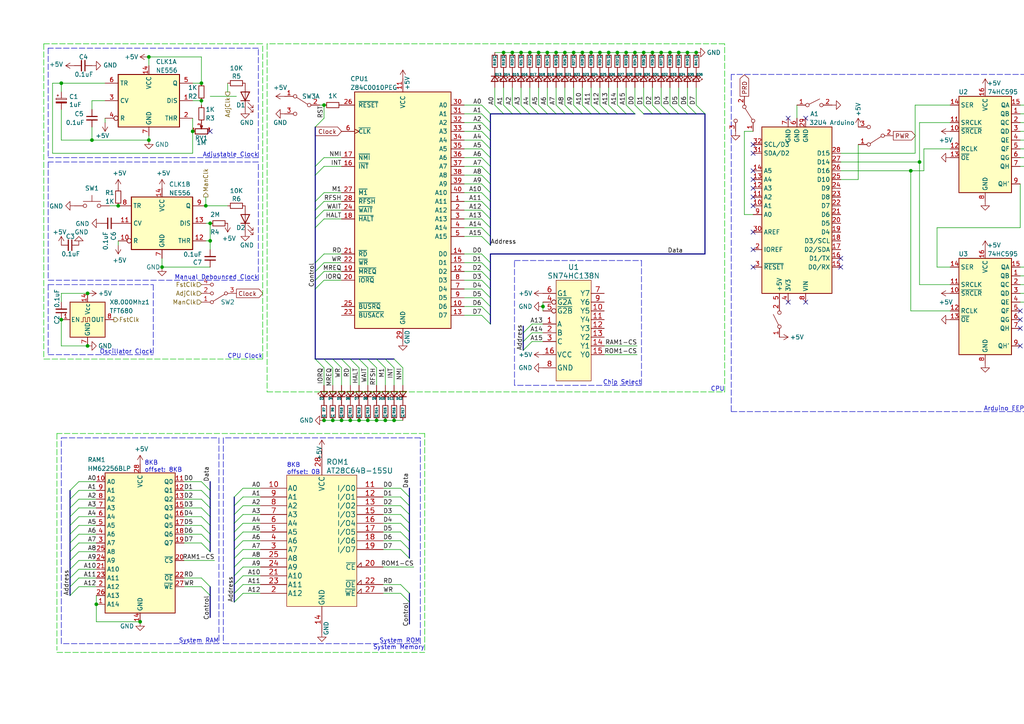
<source format=kicad_sch>
(kicad_sch (version 20211123) (generator eeschema)
  (paper "A4")
  (title_block (date "2023-01-13"))
  (junction (at 34.29 59.69))
  (junction (at 111.76 121.92))
  (junction (at 60.96 69.85))
  (junction (at 146.05 15.24))
  (junction (at 194.31 15.24))
  (junction (at 40.64 180.34))
  (junction (at 46.99 77.47))
  (junction (at 43.18 40.64))
  (junction (at 158.75 15.24))
  (junction (at 55.88 38.1))
  (junction (at 196.85 15.24))
  (junction (at 114.3 121.92))
  (junction (at 189.23 15.24))
  (junction (at 191.77 15.24))
  (junction (at 176.53 15.24))
  (junction (at 157.48 88.9))
  (junction (at 199.39 15.24))
  (junction (at 161.29 15.24))
  (junction (at 104.14 121.92))
  (junction (at 93.98 121.92))
  (junction (at 27.94 175.26))
  (junction (at 156.21 15.24))
  (junction (at 184.15 15.24))
  (junction (at 153.67 15.24))
  (junction (at 58.42 24.13))
  (junction (at 264.16 49.53))
  (junction (at 43.18 16.51))
  (junction (at 93.98 30.48))
  (junction (at 60.96 64.77))
  (junction (at 168.91 15.24))
  (junction (at 186.69 15.24))
  (junction (at 58.42 29.21))
  (junction (at 106.68 121.92))
  (junction (at 266.7 46.99))
  (junction (at 101.6 121.92))
  (junction (at 173.99 15.24))
  (junction (at 148.59 15.24))
  (junction (at 166.37 15.24))
  (junction (at 181.61 15.24))
  (junction (at 201.93 15.24))
  (junction (at 26.67 40.64))
  (junction (at 59.69 59.69))
  (junction (at 96.52 121.92))
  (junction (at 163.83 15.24))
  (junction (at 17.78 92.71))
  (junction (at 25.4 85.09))
  (junction (at 179.07 15.24))
  (junction (at 171.45 15.24))
  (junction (at 25.4 100.33))
  (junction (at 109.22 121.92))
  (junction (at 151.13 15.24))
  (junction (at 17.78 24.13))
  (junction (at 99.06 121.92))
  (no_connect (at 218.44 77.47))
  (no_connect (at 218.44 57.15))
  (no_connect (at 295.91 100.33))
  (no_connect (at 218.44 59.69))
  (no_connect (at 218.44 41.91))
  (no_connect (at 295.91 90.17))
  (no_connect (at 243.84 77.47))
  (no_connect (at 228.6 34.29))
  (no_connect (at 228.6 87.63))
  (no_connect (at 218.44 67.31))
  (no_connect (at 218.44 72.39))
  (no_connect (at 243.84 74.93))
  (no_connect (at 233.68 87.63))
  (no_connect (at 218.44 54.61))
  (no_connect (at 218.44 44.45))
  (no_connect (at 295.91 95.25))
  (no_connect (at 60.96 38.1))
  (no_connect (at 218.44 49.53))
  (no_connect (at 233.68 34.29))
  (no_connect (at 218.44 52.07))
  (no_connect (at 295.91 92.71))
  (bus_entry (at 104.14 104.14) (size 2.54 2.54))
  (bus_entry (at 139.7 81.28) (size 2.54 2.54))
  (bus_entry (at 300.99 35.56) (size 2.54 2.54))
  (bus_entry (at 300.99 43.18) (size 2.54 2.54))
  (bus_entry (at 22.86 152.4) (size -2.54 2.54))
  (bus_entry (at 139.7 58.42) (size 2.54 2.54))
  (bus_entry (at 70.485 164.465) (size -2.54 2.54))
  (bus_entry (at 139.7 30.48) (size 2.54 2.54))
  (bus_entry (at 93.98 60.96) (size -2.54 2.54))
  (bus_entry (at 154.305 93.98) (size -2.54 2.54))
  (bus_entry (at 139.7 78.74) (size 2.54 2.54))
  (bus_entry (at 93.98 55.88) (size -2.54 2.54))
  (bus_entry (at 70.485 161.925) (size -2.54 2.54))
  (bus_entry (at 154.305 96.52) (size -2.54 2.54))
  (bus_entry (at 70.485 146.685) (size -2.54 2.54))
  (bus_entry (at 204.47 33.02) (size -2.54 -2.54))
  (bus_entry (at 300.99 82.55) (size 2.54 2.54))
  (bus_entry (at 186.69 33.02) (size -2.54 -2.54))
  (bus_entry (at 116.205 169.545) (size 2.54 2.54))
  (bus_entry (at 58.42 149.86) (size 2.54 2.54))
  (bus_entry (at 58.42 170.18) (size 2.54 2.54))
  (bus_entry (at 151.13 33.02) (size -2.54 -2.54))
  (bus_entry (at 22.86 144.78) (size -2.54 2.54))
  (bus_entry (at 58.42 139.7) (size 2.54 2.54))
  (bus_entry (at 93.98 63.5) (size -2.54 2.54))
  (bus_entry (at 22.86 160.02) (size -2.54 2.54))
  (bus_entry (at 139.7 35.56) (size 2.54 2.54))
  (bus_entry (at 161.29 33.02) (size -2.54 -2.54))
  (bus_entry (at 139.7 88.9) (size 2.54 2.54))
  (bus_entry (at 70.485 167.005) (size -2.54 2.54))
  (bus_entry (at 139.7 55.88) (size 2.54 2.54))
  (bus_entry (at 184.15 33.02) (size -2.54 -2.54))
  (bus_entry (at 163.83 33.02) (size -2.54 -2.54))
  (bus_entry (at 139.7 73.66) (size 2.54 2.54))
  (bus_entry (at 146.05 33.02) (size -2.54 -2.54))
  (bus_entry (at 201.93 33.02) (size -2.54 -2.54))
  (bus_entry (at 139.7 50.8) (size 2.54 2.54))
  (bus_entry (at 116.205 172.085) (size 2.54 2.54))
  (bus_entry (at 139.7 83.82) (size 2.54 2.54))
  (bus_entry (at 22.86 149.86) (size -2.54 2.54))
  (bus_entry (at 116.205 159.385) (size 2.54 2.54))
  (bus_entry (at 139.7 76.2) (size 2.54 2.54))
  (bus_entry (at 300.99 40.64) (size 2.54 2.54))
  (bus_entry (at 199.39 33.02) (size -2.54 -2.54))
  (bus_entry (at 300.99 87.63) (size 2.54 2.54))
  (bus_entry (at 168.91 33.02) (size -2.54 -2.54))
  (bus_entry (at 139.7 86.36) (size 2.54 2.54))
  (bus_entry (at 189.23 33.02) (size -2.54 -2.54))
  (bus_entry (at 156.21 33.02) (size -2.54 -2.54))
  (bus_entry (at 22.86 170.18) (size -2.54 2.54))
  (bus_entry (at 111.76 104.14) (size 2.54 2.54))
  (bus_entry (at 93.98 104.14) (size 2.54 2.54))
  (bus_entry (at 116.205 154.305) (size 2.54 2.54))
  (bus_entry (at 22.86 147.32) (size -2.54 2.54))
  (bus_entry (at 116.205 149.225) (size 2.54 2.54))
  (bus_entry (at 93.98 81.28) (size -2.54 2.54))
  (bus_entry (at 58.42 144.78) (size 2.54 2.54))
  (bus_entry (at 91.44 36.83) (size 2.54 -2.54))
  (bus_entry (at 300.99 77.47) (size 2.54 2.54))
  (bus_entry (at 139.7 40.64) (size 2.54 2.54))
  (bus_entry (at 106.68 104.14) (size 2.54 2.54))
  (bus_entry (at 58.42 142.24) (size 2.54 2.54))
  (bus_entry (at 93.98 45.72) (size -2.54 2.54))
  (bus_entry (at 93.98 78.74) (size -2.54 2.54))
  (bus_entry (at 173.99 33.02) (size -2.54 -2.54))
  (bus_entry (at 139.7 91.44) (size 2.54 2.54))
  (bus_entry (at 196.85 33.02) (size -2.54 -2.54))
  (bus_entry (at 148.59 33.02) (size -2.54 -2.54))
  (bus_entry (at 58.42 167.64) (size 2.54 2.54))
  (bus_entry (at 116.205 146.685) (size 2.54 2.54))
  (bus_entry (at 139.7 66.04) (size 2.54 2.54))
  (bus_entry (at 99.06 104.14) (size 2.54 2.54))
  (bus_entry (at 300.99 38.1) (size 2.54 2.54))
  (bus_entry (at 194.31 33.02) (size -2.54 -2.54))
  (bus_entry (at 139.7 63.5) (size 2.54 2.54))
  (bus_entry (at 139.7 38.1) (size 2.54 2.54))
  (bus_entry (at 70.485 156.845) (size -2.54 2.54))
  (bus_entry (at 166.37 33.02) (size -2.54 -2.54))
  (bus_entry (at 300.99 30.48) (size 2.54 2.54))
  (bus_entry (at 171.45 33.02) (size -2.54 -2.54))
  (bus_entry (at 58.42 152.4) (size 2.54 2.54))
  (bus_entry (at 109.22 104.14) (size 2.54 2.54))
  (bus_entry (at 70.485 172.085) (size -2.54 2.54))
  (bus_entry (at 116.205 141.605) (size 2.54 2.54))
  (bus_entry (at 139.7 48.26) (size 2.54 2.54))
  (bus_entry (at 153.67 33.02) (size -2.54 -2.54))
  (bus_entry (at 22.86 165.1) (size -2.54 2.54))
  (bus_entry (at 101.6 104.14) (size 2.54 2.54))
  (bus_entry (at 22.86 157.48) (size -2.54 2.54))
  (bus_entry (at 70.485 144.145) (size -2.54 2.54))
  (bus_entry (at 300.99 33.02) (size 2.54 2.54))
  (bus_entry (at 91.44 104.14) (size 2.54 2.54))
  (bus_entry (at 22.86 139.7) (size -2.54 2.54))
  (bus_entry (at 154.305 99.06) (size -2.54 2.54))
  (bus_entry (at 58.42 154.94) (size 2.54 2.54))
  (bus_entry (at 91.44 78.74) (size 2.54 -2.54))
  (bus_entry (at 116.205 151.765) (size 2.54 2.54))
  (bus_entry (at 158.75 33.02) (size -2.54 -2.54))
  (bus_entry (at 93.98 48.26) (size -2.54 2.54))
  (bus_entry (at 116.205 144.145) (size 2.54 2.54))
  (bus_entry (at 70.485 151.765) (size -2.54 2.54))
  (bus_entry (at 70.485 159.385) (size -2.54 2.54))
  (bus_entry (at 139.7 68.58) (size 2.54 2.54))
  (bus_entry (at 179.07 33.02) (size -2.54 -2.54))
  (bus_entry (at 70.485 169.545) (size -2.54 2.54))
  (bus_entry (at 22.86 142.24) (size -2.54 2.54))
  (bus_entry (at 70.485 141.605) (size -2.54 2.54))
  (bus_entry (at 93.98 73.66) (size -2.54 2.54))
  (bus_entry (at 300.99 48.26) (size 2.54 2.54))
  (bus_entry (at 58.42 157.48) (size 2.54 2.54))
  (bus_entry (at 93.98 58.42) (size -2.54 2.54))
  (bus_entry (at 181.61 33.02) (size -2.54 -2.54))
  (bus_entry (at 139.7 60.96) (size 2.54 2.54))
  (bus_entry (at 96.52 104.14) (size 2.54 2.54))
  (bus_entry (at 139.7 43.18) (size 2.54 2.54))
  (bus_entry (at 176.53 33.02) (size -2.54 -2.54))
  (bus_entry (at 139.7 53.34) (size 2.54 2.54))
  (bus_entry (at 139.7 45.72) (size 2.54 2.54))
  (bus_entry (at 139.7 33.02) (size 2.54 2.54))
  (bus_entry (at 300.99 85.09) (size 2.54 2.54))
  (bus_entry (at 70.485 154.305) (size -2.54 2.54))
  (bus_entry (at 58.42 147.32) (size 2.54 2.54))
  (bus_entry (at 22.86 167.64) (size -2.54 2.54))
  (bus_entry (at 191.77 33.02) (size -2.54 -2.54))
  (bus_entry (at 300.99 80.01) (size 2.54 2.54))
  (bus_entry (at 22.86 154.94) (size -2.54 2.54))
  (bus_entry (at 300.99 45.72) (size 2.54 2.54))
  (bus_entry (at 70.485 149.225) (size -2.54 2.54))
  (bus_entry (at 116.205 156.845) (size 2.54 2.54))
  (bus_entry (at 22.86 162.56) (size -2.54 2.54))
  (bus_entry (at 114.3 104.14) (size 2.54 2.54))
  (bus (pts (xy 142.24 81.28) (xy 142.24 83.82)))
  (wire (pts (xy 134.62 91.44) (xy 139.7 91.44)))
  (wire (pts (xy 186.69 15.24) (xy 189.23 15.24)))
  (bus (pts (xy 91.44 83.82) (xy 91.44 104.14)))
  (bus (pts (xy 303.53 38.1) (xy 303.53 40.64)))
  (bus (pts (xy 142.24 63.5) (xy 142.24 66.04)))
  (bus (pts (xy 142.24 60.96) (xy 142.24 63.5)))
  (bus (pts (xy 142.24 48.26) (xy 142.24 50.8)))
  (bus (pts (xy 303.53 48.26) (xy 303.53 50.8)))
  (wire (pts (xy 101.6 111.76) (xy 101.6 106.68)))
  (bus (pts (xy 101.6 104.14) (xy 99.06 104.14)))
  (bus (pts (xy 204.47 33.02) (xy 204.47 73.66)))
  (bus (pts (xy 118.745 174.625) (xy 118.745 180.975)))
  (wire (pts (xy 25.4 85.09) (xy 17.78 85.09)))
  (wire (pts (xy 166.37 15.24) (xy 168.91 15.24)))
  (wire (pts (xy 53.34 170.18) (xy 58.42 170.18)))
  (wire (pts (xy 59.69 59.69) (xy 59.69 57.15)))
  (polyline (pts (xy 17.78 127) (xy 63.5 127)))
  (bus (pts (xy 142.24 58.42) (xy 142.24 60.96)))
  (wire (pts (xy 96.52 111.76) (xy 96.52 106.68)))
  (polyline (pts (xy 12.7 12.7) (xy 12.7 104.14)) (stroke (width 0) (type dash) (color 0 194 0 1)))
  (wire (pts (xy 134.62 81.28) (xy 139.7 81.28)))
  (wire (pts (xy 158.75 25.4) (xy 158.75 30.48)))
  (bus (pts (xy 303.53 85.09) (xy 303.53 87.63)))
  (wire (pts (xy 99.06 111.76) (xy 99.06 106.68)))
  (wire (pts (xy 93.98 78.74) (xy 99.06 78.74)))
  (polyline (pts (xy 149.225 111.76) (xy 149.225 75.565)))
  (wire (pts (xy 58.42 29.21) (xy 58.42 30.48)))
  (wire (pts (xy 60.96 64.77) (xy 59.69 64.77)))
  (polyline (pts (xy 186.055 75.565) (xy 186.055 111.76)))
  (wire (pts (xy 176.53 15.24) (xy 179.07 15.24)))
  (wire (pts (xy 111.125 156.845) (xy 116.205 156.845)))
  (wire (pts (xy 15.24 44.45) (xy 55.88 44.45)))
  (bus (pts (xy 67.945 167.005) (xy 67.945 169.545)))
  (wire (pts (xy 58.42 29.21) (xy 55.88 29.21)))
  (wire (pts (xy 26.67 40.64) (xy 43.18 40.64)))
  (polyline (pts (xy 63.5 186.69) (xy 17.78 186.69)))
  (wire (pts (xy 134.62 30.48) (xy 139.7 30.48)))
  (bus (pts (xy 303.53 80.01) (xy 303.53 82.55)))
  (wire (pts (xy 70.485 144.145) (xy 75.565 144.145)))
  (wire (pts (xy 300.99 77.47) (xy 295.91 77.47)))
  (wire (pts (xy 156.21 15.24) (xy 158.75 15.24)))
  (polyline (pts (xy 44.45 82.55) (xy 44.45 102.87)))
  (wire (pts (xy 109.22 121.92) (xy 106.68 121.92)))
  (bus (pts (xy 20.32 157.48) (xy 20.32 160.02)))
  (wire (pts (xy 275.59 35.56) (xy 266.7 35.56)))
  (wire (pts (xy 295.91 53.34) (xy 295.91 66.04)))
  (wire (pts (xy 134.62 35.56) (xy 139.7 35.56)))
  (wire (pts (xy 22.86 154.94) (xy 27.94 154.94)))
  (bus (pts (xy 67.945 154.305) (xy 67.945 156.845)))
  (wire (pts (xy 243.84 46.99) (xy 266.7 46.99)))
  (wire (pts (xy 134.62 53.34) (xy 139.7 53.34)))
  (wire (pts (xy 151.13 25.4) (xy 151.13 30.48)))
  (wire (pts (xy 181.61 15.24) (xy 184.15 15.24)))
  (wire (pts (xy 163.83 25.4) (xy 163.83 30.48)))
  (wire (pts (xy 46.99 74.93) (xy 46.99 77.47)))
  (wire (pts (xy 53.34 139.7) (xy 58.42 139.7)))
  (wire (pts (xy 146.05 25.4) (xy 146.05 30.48)))
  (polyline (pts (xy 74.93 46.99) (xy 13.97 46.99)))
  (polyline (pts (xy 210.185 12.7) (xy 77.47 12.7)) (stroke (width 0) (color 0 194 0 1)))
  (wire (pts (xy 60.96 69.85) (xy 59.69 69.85)))
  (wire (pts (xy 231.14 30.48) (xy 231.14 34.29)))
  (wire (pts (xy 26.67 29.21) (xy 26.67 31.75)))
  (wire (pts (xy 66.04 24.13) (xy 66.04 26.67)))
  (bus (pts (xy 176.53 33.02) (xy 179.07 33.02)))
  (bus (pts (xy 60.96 154.94) (xy 60.96 157.48)))
  (wire (pts (xy 243.84 44.45) (xy 265.43 44.45)))
  (polyline (pts (xy 76.2 104.14) (xy 76.2 12.7)) (stroke (width 0) (type dash) (color 0 194 0 1)))
  (polyline (pts (xy 121.92 127) (xy 64.77 127)))
  (wire (pts (xy 153.67 25.4) (xy 153.67 30.48)))
  (bus (pts (xy 67.945 161.925) (xy 67.945 164.465)))
  (wire (pts (xy 300.99 85.09) (xy 295.91 85.09)))
  (bus (pts (xy 118.745 151.765) (xy 118.745 154.305)))
  (bus (pts (xy 67.945 169.545) (xy 67.945 172.085)))
  (wire (pts (xy 171.45 15.24) (xy 173.99 15.24)))
  (wire (pts (xy 70.485 159.385) (xy 75.565 159.385)))
  (wire (pts (xy 300.99 38.1) (xy 295.91 38.1)))
  (wire (pts (xy 158.75 15.24) (xy 161.29 15.24)))
  (wire (pts (xy 154.305 93.98) (xy 157.48 93.98)))
  (wire (pts (xy 300.99 30.48) (xy 295.91 30.48)))
  (wire (pts (xy 70.485 161.925) (xy 75.565 161.925)))
  (bus (pts (xy 20.32 162.56) (xy 20.32 165.1)))
  (bus (pts (xy 60.96 172.72) (xy 60.96 179.07)))
  (polyline (pts (xy 212.09 119.38) (xy 313.69 119.38)))
  (wire (pts (xy 154.305 96.52) (xy 157.48 96.52)))
  (bus (pts (xy 99.06 104.14) (xy 96.52 104.14)))
  (bus (pts (xy 142.24 38.1) (xy 142.24 40.64)))
  (bus (pts (xy 118.745 156.845) (xy 118.745 159.385)))
  (bus (pts (xy 142.24 68.58) (xy 142.24 71.12)))
  (wire (pts (xy 157.48 88.9) (xy 157.48 90.17)))
  (bus (pts (xy 67.945 144.145) (xy 67.945 146.685)))
  (wire (pts (xy 34.29 69.85) (xy 34.29 71.12)))
  (wire (pts (xy 271.78 66.04) (xy 271.78 77.47)))
  (wire (pts (xy 134.62 43.18) (xy 139.7 43.18)))
  (wire (pts (xy 248.92 41.91) (xy 248.92 52.07)))
  (polyline (pts (xy 63.5 127) (xy 63.5 186.69)))
  (wire (pts (xy 173.99 25.4) (xy 173.99 30.48)))
  (wire (pts (xy 53.34 149.86) (xy 58.42 149.86)))
  (wire (pts (xy 134.62 60.96) (xy 139.7 60.96)))
  (bus (pts (xy 91.44 76.2) (xy 91.44 78.74)))
  (wire (pts (xy 70.485 167.005) (xy 75.565 167.005)))
  (wire (pts (xy 22.86 160.02) (xy 27.94 160.02)))
  (bus (pts (xy 67.945 159.385) (xy 67.945 161.925)))
  (wire (pts (xy 271.78 77.47) (xy 275.59 77.47)))
  (wire (pts (xy 266.7 82.55) (xy 266.7 46.99)))
  (bus (pts (xy 118.745 159.385) (xy 118.745 161.925)))
  (bus (pts (xy 60.96 147.32) (xy 60.96 149.86)))
  (bus (pts (xy 151.13 33.02) (xy 153.67 33.02)))
  (wire (pts (xy 156.21 25.4) (xy 156.21 30.48)))
  (bus (pts (xy 163.83 33.02) (xy 166.37 33.02)))
  (bus (pts (xy 91.44 60.96) (xy 91.44 63.5)))
  (wire (pts (xy 134.62 83.82) (xy 139.7 83.82)))
  (bus (pts (xy 67.945 172.085) (xy 67.945 174.625)))
  (bus (pts (xy 60.96 142.24) (xy 60.96 144.78)))
  (bus (pts (xy 20.32 165.1) (xy 20.32 167.64)))
  (bus (pts (xy 201.93 33.02) (xy 204.47 33.02)))
  (wire (pts (xy 173.99 15.24) (xy 176.53 15.24)))
  (bus (pts (xy 91.44 81.28) (xy 91.44 83.82)))
  (bus (pts (xy 303.53 43.18) (xy 303.53 45.72)))
  (wire (pts (xy 184.15 25.4) (xy 184.15 30.48)))
  (bus (pts (xy 158.75 33.02) (xy 161.29 33.02)))
  (wire (pts (xy 53.34 142.24) (xy 58.42 142.24)))
  (wire (pts (xy 199.39 15.24) (xy 201.93 15.24)))
  (bus (pts (xy 20.32 167.64) (xy 20.32 170.18)))
  (wire (pts (xy 134.62 68.58) (xy 139.7 68.58)))
  (bus (pts (xy 60.96 157.48) (xy 60.96 160.02)))
  (wire (pts (xy 111.76 121.92) (xy 114.3 121.92)))
  (bus (pts (xy 142.24 33.02) (xy 142.24 35.56)))
  (bus (pts (xy 156.21 33.02) (xy 158.75 33.02)))
  (polyline (pts (xy 13.97 82.55) (xy 13.97 102.87)))
  (wire (pts (xy 300.99 45.72) (xy 295.91 45.72)))
  (wire (pts (xy 53.34 144.78) (xy 58.42 144.78)))
  (wire (pts (xy 134.62 45.72) (xy 139.7 45.72)))
  (wire (pts (xy 243.84 49.53) (xy 264.16 49.53)))
  (wire (pts (xy 134.62 55.88) (xy 139.7 55.88)))
  (polyline (pts (xy 123.19 125.73) (xy 16.51 125.73)) (stroke (width 0) (color 0 194 0 1)))
  (wire (pts (xy 60.96 72.39) (xy 60.96 69.85)))
  (bus (pts (xy 109.22 104.14) (xy 106.68 104.14)))
  (wire (pts (xy 176.53 25.4) (xy 176.53 30.48)))
  (bus (pts (xy 91.44 48.26) (xy 91.44 50.8)))
  (bus (pts (xy 60.96 170.18) (xy 60.96 172.72)))
  (bus (pts (xy 199.39 33.02) (xy 201.93 33.02)))
  (wire (pts (xy 300.99 43.18) (xy 295.91 43.18)))
  (polyline (pts (xy 64.77 127) (xy 64.77 186.69)))
  (bus (pts (xy 67.945 146.685) (xy 67.945 149.225)))
  (wire (pts (xy 275.59 43.18) (xy 267.97 43.18)))
  (wire (pts (xy 70.485 172.085) (xy 75.565 172.085)))
  (polyline (pts (xy 77.47 113.665) (xy 210.185 113.665)) (stroke (width 0) (color 0 194 0 1)))
  (wire (pts (xy 116.84 111.76) (xy 116.84 106.68)))
  (wire (pts (xy 111.125 154.305) (xy 116.205 154.305)))
  (wire (pts (xy 166.37 25.4) (xy 166.37 30.48)))
  (wire (pts (xy 93.98 73.66) (xy 99.06 73.66)))
  (bus (pts (xy 20.32 142.24) (xy 20.32 144.78)))
  (bus (pts (xy 168.91 33.02) (xy 171.45 33.02)))
  (bus (pts (xy 142.24 88.9) (xy 142.24 91.44)))
  (bus (pts (xy 151.765 99.06) (xy 151.765 101.6)))
  (polyline (pts (xy 74.93 45.72) (xy 74.93 13.97)))
  (wire (pts (xy 70.485 164.465) (xy 75.565 164.465)))
  (wire (pts (xy 93.98 48.26) (xy 99.06 48.26)))
  (wire (pts (xy 92.71 30.48) (xy 93.98 30.48)))
  (wire (pts (xy 300.99 87.63) (xy 295.91 87.63)))
  (bus (pts (xy 153.67 33.02) (xy 156.21 33.02)))
  (wire (pts (xy 168.91 15.24) (xy 171.45 15.24)))
  (wire (pts (xy 104.14 121.92) (xy 101.6 121.92)))
  (bus (pts (xy 179.07 33.02) (xy 181.61 33.02)))
  (wire (pts (xy 22.86 162.56) (xy 27.94 162.56)))
  (wire (pts (xy 161.29 15.24) (xy 163.83 15.24)))
  (wire (pts (xy 275.59 82.55) (xy 266.7 82.55)))
  (wire (pts (xy 111.125 169.545) (xy 116.205 169.545)))
  (bus (pts (xy 91.44 58.42) (xy 91.44 60.96)))
  (wire (pts (xy 300.99 48.26) (xy 295.91 48.26)))
  (polyline (pts (xy 313.69 21.59) (xy 212.09 21.59)))
  (bus (pts (xy 142.24 50.8) (xy 142.24 53.34)))
  (wire (pts (xy 266.7 35.56) (xy 266.7 46.99)))
  (wire (pts (xy 267.97 49.53) (xy 264.16 49.53)))
  (polyline (pts (xy 13.97 13.97) (xy 13.97 45.72)))
  (bus (pts (xy 142.24 83.82) (xy 142.24 86.36)))
  (bus (pts (xy 142.24 78.74) (xy 142.24 81.28)))
  (wire (pts (xy 17.78 24.13) (xy 15.24 24.13)))
  (polyline (pts (xy 313.69 119.38) (xy 313.69 21.59)))
  (wire (pts (xy 106.68 121.92) (xy 104.14 121.92)))
  (wire (pts (xy 93.98 30.48) (xy 93.98 34.29)))
  (wire (pts (xy 58.42 16.51) (xy 43.18 16.51)))
  (wire (pts (xy 157.48 87.63) (xy 157.48 88.9)))
  (wire (pts (xy 275.59 90.17) (xy 264.16 90.17)))
  (wire (pts (xy 267.97 43.18) (xy 267.97 49.53)))
  (wire (pts (xy 264.16 90.17) (xy 264.16 49.53)))
  (wire (pts (xy 265.43 30.48) (xy 275.59 30.48)))
  (polyline (pts (xy 210.185 113.665) (xy 210.185 12.7)) (stroke (width 0) (color 0 194 0 1)))
  (wire (pts (xy 179.07 25.4) (xy 179.07 30.48)))
  (bus (pts (xy 181.61 33.02) (xy 184.15 33.02)))
  (wire (pts (xy 70.485 149.225) (xy 75.565 149.225)))
  (bus (pts (xy 142.24 73.66) (xy 204.47 73.66)))
  (bus (pts (xy 303.53 45.72) (xy 303.53 48.26)))
  (wire (pts (xy 34.29 59.69) (xy 31.75 59.69)))
  (wire (pts (xy 111.125 164.465) (xy 120.015 164.465)))
  (wire (pts (xy 146.05 15.24) (xy 148.59 15.24)))
  (wire (pts (xy 114.3 111.76) (xy 114.3 106.68)))
  (bus (pts (xy 67.945 151.765) (xy 67.945 154.305)))
  (bus (pts (xy 109.22 104.14) (xy 111.76 104.14)))
  (wire (pts (xy 196.85 15.24) (xy 199.39 15.24)))
  (wire (pts (xy 60.96 77.47) (xy 46.99 77.47)))
  (wire (pts (xy 22.86 170.18) (xy 27.94 170.18)))
  (wire (pts (xy 53.34 154.94) (xy 58.42 154.94)))
  (polyline (pts (xy 74.93 45.72) (xy 13.97 45.72)))
  (polyline (pts (xy 13.97 102.87) (xy 44.45 102.87)))
  (bus (pts (xy 142.24 40.64) (xy 142.24 43.18)))
  (bus (pts (xy 60.96 152.4) (xy 60.96 154.94)))
  (bus (pts (xy 111.76 104.14) (xy 114.3 104.14)))
  (bus (pts (xy 91.44 63.5) (xy 91.44 66.04)))
  (bus (pts (xy 118.745 144.145) (xy 118.745 146.685)))
  (wire (pts (xy 111.125 172.085) (xy 116.205 172.085)))
  (bus (pts (xy 186.69 33.02) (xy 189.23 33.02)))
  (wire (pts (xy 70.485 141.605) (xy 75.565 141.605)))
  (bus (pts (xy 303.53 40.64) (xy 303.53 43.18)))
  (wire (pts (xy 218.44 38.1) (xy 215.9 38.1)))
  (wire (pts (xy 30.48 34.29) (xy 30.48 35.56)))
  (wire (pts (xy 101.6 121.92) (xy 99.06 121.92)))
  (bus (pts (xy 60.96 139.7) (xy 60.96 142.24)))
  (bus (pts (xy 151.765 94.615) (xy 151.765 96.52)))
  (bus (pts (xy 303.53 35.56) (xy 303.53 38.1)))
  (bus (pts (xy 303.53 22.86) (xy 303.53 33.02)))
  (wire (pts (xy 175.26 102.87) (xy 184.785 102.87)))
  (wire (pts (xy 184.15 15.24) (xy 186.69 15.24)))
  (wire (pts (xy 248.92 52.07) (xy 243.84 52.07)))
  (wire (pts (xy 53.34 152.4) (xy 58.42 152.4)))
  (bus (pts (xy 142.24 53.34) (xy 142.24 55.88)))
  (wire (pts (xy 93.98 63.5) (xy 99.06 63.5)))
  (bus (pts (xy 142.24 91.44) (xy 142.24 93.98)))
  (bus (pts (xy 303.53 87.63) (xy 303.53 90.17)))
  (bus (pts (xy 20.32 154.94) (xy 20.32 157.48)))
  (polyline (pts (xy 212.09 21.59) (xy 212.09 119.38)))
  (wire (pts (xy 189.23 15.24) (xy 191.77 15.24)))
  (wire (pts (xy 134.62 40.64) (xy 139.7 40.64)))
  (wire (pts (xy 168.91 25.4) (xy 168.91 30.48)))
  (wire (pts (xy 26.67 36.83) (xy 26.67 40.64)))
  (bus (pts (xy 91.44 36.83) (xy 91.44 48.26)))
  (bus (pts (xy 146.05 33.02) (xy 148.59 33.02)))
  (wire (pts (xy 93.98 58.42) (xy 99.06 58.42)))
  (bus (pts (xy 60.96 144.78) (xy 60.96 147.32)))
  (bus (pts (xy 91.44 50.8) (xy 91.44 58.42)))
  (wire (pts (xy 55.88 38.1) (xy 55.88 34.29)))
  (bus (pts (xy 142.24 76.2) (xy 142.24 78.74)))
  (polyline (pts (xy 13.97 82.55) (xy 44.45 82.55)))
  (polyline (pts (xy 16.51 189.23) (xy 123.19 189.23)) (stroke (width 0) (color 0 194 0 1)))
  (polyline (pts (xy 13.97 81.28) (xy 74.93 81.28)))
  (wire (pts (xy 134.62 76.2) (xy 139.7 76.2)))
  (wire (pts (xy 111.125 141.605) (xy 116.205 141.605)))
  (wire (pts (xy 22.86 167.64) (xy 27.94 167.64)))
  (wire (pts (xy 104.14 111.76) (xy 104.14 106.68)))
  (wire (pts (xy 93.98 76.2) (xy 99.06 76.2)))
  (wire (pts (xy 161.29 25.4) (xy 161.29 30.48)))
  (wire (pts (xy 22.86 142.24) (xy 27.94 142.24)))
  (wire (pts (xy 111.76 121.92) (xy 109.22 121.92)))
  (bus (pts (xy 118.745 149.225) (xy 118.745 151.765)))
  (bus (pts (xy 93.98 104.14) (xy 91.44 104.14)))
  (bus (pts (xy 118.745 146.685) (xy 118.745 149.225)))
  (wire (pts (xy 22.86 144.78) (xy 27.94 144.78)))
  (wire (pts (xy 163.83 15.24) (xy 166.37 15.24)))
  (bus (pts (xy 142.24 86.36) (xy 142.24 88.9)))
  (wire (pts (xy 265.43 44.45) (xy 265.43 30.48)))
  (wire (pts (xy 134.62 66.04) (xy 139.7 66.04)))
  (wire (pts (xy 300.99 35.56) (xy 295.91 35.56)))
  (wire (pts (xy 109.22 111.76) (xy 109.22 106.68)))
  (polyline (pts (xy 74.93 81.28) (xy 74.93 46.99)))
  (wire (pts (xy 99.06 121.92) (xy 96.52 121.92)))
  (wire (pts (xy 134.62 58.42) (xy 139.7 58.42)))
  (bus (pts (xy 118.745 154.305) (xy 118.745 156.845)))
  (wire (pts (xy 70.485 146.685) (xy 75.565 146.685)))
  (bus (pts (xy 20.32 160.02) (xy 20.32 162.56)))
  (bus (pts (xy 196.85 33.02) (xy 199.39 33.02)))
  (wire (pts (xy 114.3 121.92) (xy 116.84 121.92)))
  (wire (pts (xy 300.99 80.01) (xy 295.91 80.01)))
  (bus (pts (xy 142.24 55.88) (xy 142.24 58.42)))
  (bus (pts (xy 118.745 172.085) (xy 118.745 174.625)))
  (wire (pts (xy 22.86 152.4) (xy 27.94 152.4)))
  (polyline (pts (xy 77.47 12.7) (xy 77.47 113.665)) (stroke (width 0) (color 0 194 0 1)))
  (bus (pts (xy 142.24 66.04) (xy 142.24 68.58)))
  (bus (pts (xy 20.32 147.32) (xy 20.32 149.86)))
  (wire (pts (xy 201.93 25.4) (xy 201.93 30.48)))
  (polyline (pts (xy 13.97 46.99) (xy 13.97 81.28)))
  (bus (pts (xy 106.68 104.14) (xy 104.14 104.14)))
  (wire (pts (xy 93.98 60.96) (xy 99.06 60.96)))
  (wire (pts (xy 22.86 157.48) (xy 27.94 157.48)))
  (wire (pts (xy 218.44 62.23) (xy 215.9 62.23)))
  (wire (pts (xy 93.98 45.72) (xy 99.06 45.72)))
  (wire (pts (xy 194.31 25.4) (xy 194.31 30.48)))
  (wire (pts (xy 134.62 78.74) (xy 139.7 78.74)))
  (wire (pts (xy 300.99 82.55) (xy 295.91 82.55)))
  (bus (pts (xy 20.32 152.4) (xy 20.32 154.94)))
  (wire (pts (xy 55.88 44.45) (xy 55.88 38.1)))
  (wire (pts (xy 143.51 25.4) (xy 143.51 30.48)))
  (bus (pts (xy 20.32 170.18) (xy 20.32 172.72)))
  (wire (pts (xy 60.96 69.85) (xy 60.96 64.77)))
  (wire (pts (xy 134.62 33.02) (xy 139.7 33.02)))
  (polyline (pts (xy 16.51 125.73) (xy 16.51 188.595)) (stroke (width 0) (color 0 194 0 1)))
  (bus (pts (xy 60.96 149.86) (xy 60.96 152.4)))
  (wire (pts (xy 27.94 180.34) (xy 40.64 180.34)))
  (polyline (pts (xy 17.78 186.69) (xy 17.78 127)))
  (wire (pts (xy 295.91 66.04) (xy 271.78 66.04)))
  (wire (pts (xy 27.94 172.72) (xy 27.94 175.26)))
  (wire (pts (xy 30.48 24.13) (xy 17.78 24.13)))
  (wire (pts (xy 17.78 24.13) (xy 17.78 26.67)))
  (bus (pts (xy 142.24 35.56) (xy 142.24 38.1)))
  (wire (pts (xy 53.34 167.64) (xy 58.42 167.64)))
  (wire (pts (xy 55.88 24.13) (xy 58.42 24.13)))
  (wire (pts (xy 106.68 111.76) (xy 106.68 106.68)))
  (wire (pts (xy 189.23 25.4) (xy 189.23 30.48)))
  (bus (pts (xy 171.45 33.02) (xy 173.99 33.02)))
  (polyline (pts (xy 121.92 186.69) (xy 121.92 127)))
  (wire (pts (xy 70.485 169.545) (xy 75.565 169.545)))
  (bus (pts (xy 161.29 33.02) (xy 163.83 33.02)))
  (bus (pts (xy 151.765 96.52) (xy 151.765 99.06)))
  (wire (pts (xy 111.125 144.145) (xy 116.205 144.145)))
  (bus (pts (xy 142.24 73.66) (xy 142.24 76.2)))
  (wire (pts (xy 22.86 149.86) (xy 27.94 149.86)))
  (wire (pts (xy 93.98 55.88) (xy 99.06 55.88)))
  (wire (pts (xy 58.42 16.51) (xy 58.42 24.13)))
  (wire (pts (xy 186.69 25.4) (xy 186.69 30.48)))
  (bus (pts (xy 67.945 149.225) (xy 67.945 151.765)))
  (bus (pts (xy 191.77 33.02) (xy 194.31 33.02)))
  (bus (pts (xy 104.14 104.14) (xy 101.6 104.14)))
  (bus (pts (xy 194.31 33.02) (xy 196.85 33.02)))
  (polyline (pts (xy 12.7 12.7) (xy 76.2 12.7)) (stroke (width 0) (type dash) (color 0 194 0 1)))
  (wire (pts (xy 153.67 15.24) (xy 156.21 15.24)))
  (wire (pts (xy 111.125 146.685) (xy 116.205 146.685)))
  (wire (pts (xy 134.62 48.26) (xy 139.7 48.26)))
  (bus (pts (xy 67.945 156.845) (xy 67.945 159.385)))
  (polyline (pts (xy 64.77 186.69) (xy 121.92 186.69)))
  (wire (pts (xy 134.62 88.9) (xy 139.7 88.9)))
  (bus (pts (xy 142.24 45.72) (xy 142.24 48.26)))
  (wire (pts (xy 134.62 63.5) (xy 139.7 63.5)))
  (bus (pts (xy 142.24 43.18) (xy 142.24 45.72)))
  (bus (pts (xy 148.59 33.02) (xy 151.13 33.02)))
  (wire (pts (xy 300.99 33.02) (xy 295.91 33.02)))
  (wire (pts (xy 53.34 147.32) (xy 58.42 147.32)))
  (wire (pts (xy 53.34 157.48) (xy 58.42 157.48)))
  (wire (pts (xy 43.18 16.51) (xy 43.18 19.05)))
  (wire (pts (xy 171.45 25.4) (xy 171.45 30.48)))
  (bus (pts (xy 91.44 78.74) (xy 91.44 81.28)))
  (wire (pts (xy 96.52 121.92) (xy 93.98 121.92)))
  (polyline (pts (xy 74.93 13.97) (xy 13.97 13.97)))
  (wire (pts (xy 17.78 100.33) (xy 25.4 100.33)))
  (wire (pts (xy 175.26 100.33) (xy 184.785 100.33)))
  (wire (pts (xy 148.59 25.4) (xy 148.59 30.48)))
  (bus (pts (xy 20.32 149.86) (xy 20.32 152.4)))
  (bus (pts (xy 118.745 141.605) (xy 118.745 144.145)))
  (wire (pts (xy 53.34 162.56) (xy 62.23 162.56)))
  (wire (pts (xy 194.31 15.24) (xy 196.85 15.24)))
  (wire (pts (xy 215.9 38.1) (xy 215.9 62.23)))
  (wire (pts (xy 134.62 86.36) (xy 139.7 86.36)))
  (wire (pts (xy 179.07 15.24) (xy 181.61 15.24)))
  (wire (pts (xy 17.78 31.75) (xy 17.78 40.64)))
  (wire (pts (xy 154.305 99.06) (xy 157.48 99.06)))
  (bus (pts (xy 20.32 144.78) (xy 20.32 147.32)))
  (bus (pts (xy 189.23 33.02) (xy 191.77 33.02)))
  (bus (pts (xy 142.24 33.02) (xy 146.05 33.02)))
  (wire (pts (xy 111.125 151.765) (xy 116.205 151.765)))
  (bus (pts (xy 303.53 82.55) (xy 303.53 85.09)))
  (bus (pts (xy 91.44 66.04) (xy 91.44 76.2)))
  (wire (pts (xy 17.78 40.64) (xy 26.67 40.64)))
  (wire (pts (xy 191.77 25.4) (xy 191.77 30.48)))
  (wire (pts (xy 151.13 15.24) (xy 153.67 15.24)))
  (bus (pts (xy 303.53 50.8) (xy 303.53 80.01)))
  (wire (pts (xy 148.59 15.24) (xy 151.13 15.24)))
  (bus (pts (xy 303.53 33.02) (xy 303.53 35.56)))
  (bus (pts (xy 166.37 33.02) (xy 168.91 33.02)))
  (bus (pts (xy 173.99 33.02) (xy 176.53 33.02)))
  (wire (pts (xy 60.96 27.94) (xy 68.58 27.94)))
  (bus (pts (xy 96.52 104.14) (xy 93.98 104.14)))
  (wire (pts (xy 22.86 147.32) (xy 27.94 147.32)))
  (wire (pts (xy 134.62 73.66) (xy 139.7 73.66)))
  (wire (pts (xy 93.98 81.28) (xy 99.06 81.28)))
  (polyline (pts (xy 186.055 111.76) (xy 149.225 111.76)))
  (wire (pts (xy 111.76 111.76) (xy 111.76 106.68)))
  (wire (pts (xy 22.86 165.1) (xy 27.94 165.1)))
  (wire (pts (xy 17.78 92.71) (xy 17.78 100.33)))
  (wire (pts (xy 143.51 15.24) (xy 146.05 15.24)))
  (wire (pts (xy 181.61 25.4) (xy 181.61 30.48)))
  (bus (pts (xy 67.945 164.465) (xy 67.945 167.005)))
  (wire (pts (xy 22.86 139.7) (xy 27.94 139.7)))
  (wire (pts (xy 15.24 24.13) (xy 15.24 44.45)))
  (polyline (pts (xy 76.2 104.14) (xy 12.7 104.14)) (stroke (width 0) (color 0 194 0 1)))
  (wire (pts (xy 134.62 50.8) (xy 139.7 50.8)))
  (wire (pts (xy 30.48 29.21) (xy 26.67 29.21)))
  (wire (pts (xy 300.99 40.64) (xy 295.91 40.64)))
  (wire (pts (xy 70.485 156.845) (xy 75.565 156.845)))
  (wire (pts (xy 111.125 149.225) (xy 116.205 149.225)))
  (wire (pts (xy 93.98 111.76) (xy 93.98 106.68)))
  (wire (pts (xy 17.78 85.09) (xy 17.78 87.63)))
  (polyline (pts (xy 149.225 75.565) (xy 186.055 75.565)))
  (wire (pts (xy 59.69 59.69) (xy 66.04 59.69)))
  (wire (pts (xy 70.485 151.765) (xy 75.565 151.765)))
  (wire (pts (xy 196.85 25.4) (xy 196.85 30.48)))
  (wire (pts (xy 134.62 38.1) (xy 139.7 38.1)))
  (polyline (pts (xy 123.19 188.595) (xy 123.19 125.73)) (stroke (width 0) (color 0 194 0 1)))
  (wire (pts (xy 111.125 159.385) (xy 116.205 159.385)))
  (wire (pts (xy 70.485 154.305) (xy 75.565 154.305)))
  (wire (pts (xy 43.18 39.37) (xy 43.18 40.64)))
  (wire (pts (xy 191.77 15.24) (xy 194.31 15.24)))
  (wire (pts (xy 27.94 175.26) (xy 27.94 180.34)))
  (wire (pts (xy 199.39 25.4) (xy 199.39 30.48)))
  (text "Oscillator Clock" (at 44.45 102.87 180) (effects (font (size 1.27 1.27)) (justify right bottom)))
  (text "System ROM" (at 121.92 186.69 180) (effects (font (size 1.27 1.27)) (justify right bottom)))
  (text "System RAM" (at 63.5 186.69 180) (effects (font (size 1.27 1.27)) (justify right bottom)))
  (text "8KB\noffset: 8KB" (at 41.91 137.16 0) (effects (font (size 1.27 1.27)) (justify left bottom)))
  (text "CPU" (at 210.185 113.665 180) (effects (font (size 1.27 1.27)) (justify right bottom)))
  (text "CPU Clock" (at 76.2 104.14 180) (effects (font (size 1.27 1.27)) (justify right bottom)))
  (text "System Memory" (at 123.19 188.595 180) (effects (font (size 1.27 1.27)) (justify right bottom)))
  (text "Arduino EEPROM Programmer" (at 313.69 119.38 180) (effects (font (size 1.27 1.27)) (justify right bottom)))
  (text "8KB\noffset: 0B" (at 83.185 137.795 0) (effects (font (size 1.27 1.27)) (justify left bottom)))
  (text "Manual Debounced Clock" (at 74.93 81.28 180) (effects (font (size 1.27 1.27)) (justify right bottom)))
  (text "Chip Select" (at 186.055 111.76 180) (effects (font (size 1.27 1.27)) (justify right bottom)))
  (text "Adjustable Clock" (at 74.93 45.72 180) (effects (font (size 1.27 1.27)) (justify right bottom)))
  (label "D3" (at 53.34 147.32 0))
  (label "A2" (at 300.99 35.56 180))
  (label "A3" (at 300.9578 38.1 180))
  (label "RAM1-CS" (at 184.785 100.33 180))
  (label "Control" (at 91.44 76.2 270))
  (label "D1" (at 139.7 76.2 180))
  (label "A4" (at 27.94 149.86 180))
  (label "A10" (at 300.99 82.55 180))
  (label "D0" (at 184.15 30.48 90))
  (label "Address" (at 20.32 172.72 90))
  (label "A10" (at 75.565 167.005 180))
  (label "A2" (at 75.565 146.685 180))
  (label "RD" (at 101.6 106.68 270))
  (label "A9" (at 166.37 30.48 90))
  (label "A5" (at 75.565 154.305 180))
  (label "A8" (at 163.83 30.48 90))
  (label "A2" (at 148.59 30.48 90))
  (label "A10" (at 27.94 165.1 180))
  (label "A15" (at 157.48 99.06 180))
  (label "D2" (at 139.7 78.74 180))
  (label "A9" (at 139.7 53.34 180))
  (label "D5" (at 111.125 154.305 0))
  (label "A6" (at 300.99 45.72 180))
  (label "A13" (at 176.53 30.48 90))
  (label "Address" (at 142.24 71.12 0))
  (label "A14" (at 139.7 66.04 180))
  (label "A1" (at 300.99 33.02 180))
  (label "A1" (at 75.565 144.145 180))
  (label "WAIT" (at 106.68 106.68 270))
  (label "D3" (at 111.125 149.225 0))
  (label "A13" (at 139.7 63.5 180))
  (label "A0" (at 143.51 30.48 90))
  (label "A11" (at 139.7 58.42 180))
  (label "D7" (at 139.7 91.44 180))
  (label "D7" (at 111.125 159.385 0))
  (label "D3" (at 139.7 81.28 180))
  (label "A6" (at 27.94 154.94 180))
  (label "D4" (at 194.31 30.48 90))
  (label "A2" (at 27.94 144.78 180))
  (label "A0" (at 75.565 141.605 180))
  (label "RFSH" (at 99.06 58.42 180))
  (label "A8" (at 139.7 50.8 180))
  (label "A5" (at 300.99 43.18 180))
  (label "RD" (at 53.34 167.64 0))
  (label "Address" (at 67.945 174.625 90))
  (label "D0" (at 53.34 139.7 0))
  (label "D1" (at 186.69 30.48 90))
  (label "WAIT" (at 99.06 60.96 180))
  (label "HALT" (at 104.14 106.68 270))
  (label "A8" (at 27.94 160.02 180))
  (label "A3" (at 151.13 30.48 90))
  (label "A7" (at 27.94 157.48 180))
  (label "D1" (at 111.125 144.145 0))
  (label "A4" (at 75.565 151.765 180))
  (label "D4" (at 53.34 149.86 0))
  (label "D6" (at 53.34 154.94 0))
  (label "D5" (at 196.85 30.48 90))
  (label "D4" (at 111.125 151.765 0))
  (label "HALT" (at 99.06 63.5 180))
  (label "D6" (at 199.39 30.48 90))
  (label "A1" (at 27.94 142.24 180))
  (label "A0" (at 139.7 30.48 180))
  (label "WR" (at 99.06 76.2 180))
  (label "A7" (at 75.565 159.385 180))
  (label "A4" (at 153.67 30.48 90))
  (label "RST" (at 93.98 34.29 90))
  (label "RAM1-CS" (at 62.23 162.56 180))
  (label "MREQ" (at 99.06 78.74 180))
  (label "Data" (at 60.96 139.7 90))
  (label "D5" (at 139.7 86.36 180))
  (label "Control" (at 118.745 174.625 270))
  (label "A6" (at 139.7 45.72 180))
  (label "A12" (at 27.94 170.18 180))
  (label "RD" (at 111.125 169.545 0))
  (label "A5" (at 139.7 43.18 180))
  (label "A9" (at 75.565 164.465 180))
  (label "D0" (at 139.7 73.66 180))
  (label "D7" (at 53.34 157.48 0))
  (label "M1" (at 99.06 55.88 180))
  (label "IORQ" (at 99.06 81.28 180))
  (label "A6" (at 75.565 156.845 180))
  (label "Address" (at 303.53 30.48 90))
  (label "A5" (at 156.21 30.48 90))
  (label "A11" (at 75.565 169.545 180))
  (label "A8" (at 75.565 161.925 180))
  (label "ROM1-CS" (at 184.785 102.87 180))
  (label "A14" (at 179.07 30.48 90))
  (label "A12" (at 173.99 30.48 90))
  (label "A3" (at 75.565 149.225 180))
  (label "D2" (at 53.34 144.78 0))
  (label "NMI" (at 116.84 106.68 270))
  (label "D6" (at 139.7 88.9 180))
  (label "WR" (at 53.34 170.18 0))
  (label "A15" (at 139.7 68.58 180))
  (label "A4" (at 139.7 40.64 180))
  (label "A12" (at 139.7 60.96 180))
  (label "INT" (at 99.06 48.26 180))
  (label "A11" (at 300.99 85.09 180))
  (label "M1" (at 111.76 106.68 270))
  (label "A12" (at 300.99 87.63 180))
  (label "D2" (at 111.125 146.685 0))
  (label "A14" (at 157.48 96.52 180))
  (label "A7" (at 139.7 48.26 180))
  (label "Data" (at 198.12 73.66 180))
  (label "D2" (at 189.23 30.48 90))
  (label "A12" (at 75.565 172.085 180))
  (label "WR" (at 99.06 106.68 270))
  (label "A13" (at 157.48 93.98 180))
  (label "A9" (at 27.94 162.56 180))
  (label "D1" (at 53.34 142.24 0))
  (label "A11" (at 171.45 30.48 90))
  (label "A15" (at 181.61 30.48 90))
  (label "NMI" (at 99.06 45.72 180))
  (label "D6" (at 111.125 156.845 0))
  (label "RD" (at 99.06 73.66 180))
  (label "A3" (at 139.7 38.1 180))
  (label "A10" (at 168.91 30.48 90))
  (label "A0" (at 300.99 30.48 180))
  (label "Control" (at 60.96 172.72 270))
  (label "A6" (at 158.75 30.48 90))
  (label "A11" (at 27.94 167.64 180))
  (label "A0" (at 27.94 139.7 180))
  (label "INT" (at 114.3 106.68 270))
  (label "RFSH" (at 109.22 106.68 270))
  (label "Data" (at 118.745 141.605 90))
  (label "A5" (at 27.94 152.4 180))
  (label "A7" (at 300.99 48.26 180))
  (label "D5" (at 53.34 152.4 0))
  (label "D7" (at 201.93 30.48 90))
  (label "A9" (at 300.9069 80.01 180))
  (label "IORQ" (at 93.98 106.68 270))
  (label "D0" (at 111.125 141.605 0))
  (label "D4" (at 139.7 83.82 180))
  (label "Address" (at 151.765 101.6 90))
  (label "WR" (at 111.125 172.085 0))
  (label "MREQ" (at 96.52 106.68 270))
  (label "A1" (at 146.05 30.48 90))
  (label "ROM1-CS" (at 120.015 164.465 180))
  (label "A1" (at 139.7 33.02 180))
  (label "A7" (at 161.29 30.48 90))
  (label "A3" (at 27.94 147.32 180))
  (label "A8" (at 300.99 77.47 180))
  (label "A2" (at 139.7 35.56 180))
  (label "A10" (at 139.7 55.88 180))
  (label "D3" (at 191.77 30.48 90))
  (label "A4" (at 300.99 40.64 180))
  (global_label "Clock" (shape output) (at 68.58 85.09 0) (property "Intersheet References" "${INTERSHEET_REFS}" (effects hide)))
  (global_label "Clock" (shape input) (at 99.06 38.1 180) (property "Intersheet References" "${INTERSHEET_REFS}" (effects hide)))
  (global_label "PRD" (shape output) (at 215.9 27.94 90) (property "Intersheet References" "${INTERSHEET_REFS}" (effects hide)))
  (global_label "PWR" (shape output) (at 259.08 39.37 0) (property "Intersheet References" "${INTERSHEET_REFS}" (effects hide)))
  (hierarchical_label "AdjClk" (shape output) (at 66.04 26.67 270))
  (hierarchical_label "AdjClk" (shape input) (at 58.42 85.09 180))
  (hierarchical_label "ManClk" (shape output) (at 59.69 57.15 90))
  (hierarchical_label "ManClk" (shape input) (at 58.42 87.63 180))
  (hierarchical_label "FstClk" (shape output) (at 33.02 92.71 0))
  (hierarchical_label "FstClk" (shape input) (at 58.42 82.55 180))
  (symbol (lib_id "power:GND") (at 21.59 59.69 270) (unit 1)
    (property "Reference" "#PWR03" (effects hide))
    (property "Value" "GND" (at 18.3388 59.817 90) (effects (justify right)))
  )
  (symbol (lib_id "power:+5V") (at 275.59 85.09 90) (unit 1)
    (property "Reference" "#PWR039" (effects hide))
    (property "Value" "+5V" (at 274.32 87.63 90))
  )
  (symbol (lib_id "power:+5V") (at 30.48 35.56 180) (unit 1)
    (property "Reference" "#PWR09" (effects hide))
    (property "Value" "+5V" (at 31.75 39.37 0) (effects (justify left)))
  )
  (symbol (lib_id "power:GND") (at 29.21 64.77 270) (unit 1)
    (property "Reference" "#PWR08" (effects hide))
    (property "Value" "GND" (at 25.9588 64.897 90) (effects (justify right)))
  )
  (symbol (lib_id "Device:R_Small") (at 114.3 119.38 180) (unit 1)
    (property "Reference" "R16" (at 114.3 118.11 90) (effects (font (size 0.635 0.635)) (justify left)))
    (property "Value" "1K" (at 114.3 120.65 0) (effects (font (size 0.635 0.635))))
    (property "Footprint" "Resistor_SMD:R_0603_1608Metric_Pad0.98x0.95mm_HandSolder" (effects hide))
  )
  (symbol (lib_id "power:+5V") (at 34.29 71.12 0) (mirror x) (unit 1)
    (property "Reference" "#PWR011" (effects hide))
    (property "Value" "+5V" (at 34.671 75.5142 0))
  )
  (symbol (lib_id "Device:LED_Small") (at 153.67 22.86 270) (unit 1)
    (property "Reference" "D17" (at 153.67 21.59 90) (effects (font (size 0.635 0.635)) (justify left)))
    (property "Value" "LED_Small" (effects hide))
    (property "Footprint" "LED_SMD:LED_0603_1608Metric_Pad1.05x0.95mm_HandSolder" (effects hide))
  )
  (symbol (lib_id "promicro:Sparkfun_Pro_Micro") (at 231.14 62.23 180) (unit 1)
    (property "Reference" "A1" (at 236.22 33.02 0))
    (property "Value" "32U4 Arduino" (at 241.3 35.56 0))
    (property "Footprint" "Package_DIP:DIP-24_W15.24mm_Socket" (effects hide))
    (property "Datasheet" "https://www.arduino.cc/en/Main/ArduinoBoardLeonardo" (effects hide))
  )
  (symbol (lib_id "Device:R_Small") (at 168.91 17.78 0) (unit 1)
    (property "Reference" "R28" (at 168.91 19.05 90) (effects (font (size 0.635 0.635)) (justify left)))
    (property "Value" "1K" (at 168.91 16.51 0) (effects (font (size 0.635 0.635))))
    (property "Footprint" "Resistor_SMD:R_0603_1608Metric_Pad0.98x0.95mm_HandSolder" (effects hide))
  )
  (symbol (lib_id "power:+5V") (at 285.75 25.4 0) (unit 1)
    (property "Reference" "#PWR041" (effects hide))
    (property "Value" "+5V" (at 288.29 24.13 0))
  )
  (symbol (lib_id "Device:R_Small") (at 166.37 17.78 0) (unit 1)
    (property "Reference" "R27" (at 166.37 19.05 90) (effects (font (size 0.635 0.635)) (justify left)))
    (property "Value" "1K" (at 166.37 16.51 0) (effects (font (size 0.635 0.635))))
    (property "Footprint" "Resistor_SMD:R_0603_1608Metric_Pad0.98x0.95mm_HandSolder" (effects hide))
  )
  (symbol (lib_id "power:+5V") (at 157.48 102.87 90) (unit 1)
    (property "Reference" "#PWR030" (effects hide))
    (property "Value" "+5V" (at 152.4 102.87 90))
  )
  (symbol (lib_id "power:GND") (at 71.12 67.31 0) (unit 1)
    (property "Reference" "#PWR020" (effects hide))
    (property "Value" "GND" (at 73.66 71.12 0) (effects (justify right)))
  )
  (symbol (lib_id "Device:R_Small") (at 58.42 33.02 180) (unit 1)
    (property "Reference" "R3" (at 60.96 34.29 0))
    (property "Value" "1K" (at 60.96 31.75 0))
    (property "Footprint" "Resistor_SMD:R_0603_1608Metric_Pad0.98x0.95mm_HandSolder" (effects hide))
  )
  (symbol (lib_id "power:+5V") (at 25.4 85.09 270) (unit 1)
    (property "Reference" "#PWR05" (effects hide))
    (property "Value" "+5V" (at 30.48 85.09 90))
  )
  (symbol (lib_id "Device:LED_Small") (at 201.93 22.86 270) (unit 1)
    (property "Reference" "D36" (at 201.93 21.59 90) (effects (font (size 0.635 0.635)) (justify left)))
    (property "Value" "LED_Small" (effects hide))
    (property "Footprint" "LED_SMD:LED_0603_1608Metric_Pad1.05x0.95mm_HandSolder" (effects hide))
  )
  (symbol (lib_id "Device:R_Small") (at 96.52 119.38 180) (unit 1)
    (property "Reference" "R9" (at 96.52 118.11 90) (effects (font (size 0.635 0.635)) (justify left)))
    (property "Value" "1K" (at 96.52 120.65 0) (effects (font (size 0.635 0.635))))
    (property "Footprint" "Resistor_SMD:R_0603_1608Metric_Pad0.98x0.95mm_HandSolder" (effects hide))
  )
  (symbol (lib_id "power:GND") (at 201.93 15.24 90) (unit 1)
    (property "Reference" "#PWR032" (effects hide))
    (property "Value" "GND" (at 207.01 15.24 90))
  )
  (symbol (lib_id "power:GND") (at 22.86 71.12 180) (unit 1)
    (property "Reference" "#PWR04" (effects hide))
    (property "Value" "GND" (at 21.59 67.31 0) (effects (justify right)))
  )
  (symbol (lib_id "Device:C_Small") (at 26.67 34.29 0) (unit 1)
    (property "Reference" "C5" (at 21.59 33.02 0) (effects (justify left)))
    (property "Value" "0.1uF" (at 19.05 35.56 0) (effects (justify left)))
    (property "Footprint" "Capacitor_SMD:C_0805_2012Metric_Pad1.18x1.45mm_HandSolder" (effects hide))
  )
  (symbol (lib_id "Device:R_Small") (at 163.83 17.78 0) (unit 1)
    (property "Reference" "R26" (at 163.83 19.05 90) (effects (font (size 0.635 0.635)) (justify left)))
    (property "Value" "1K" (at 163.83 16.51 0) (effects (font (size 0.635 0.635))))
    (property "Footprint" "Resistor_SMD:R_0603_1608Metric_Pad0.98x0.95mm_HandSolder" (effects hide))
  )
  (symbol (lib_id "power:+5V") (at 157.48 85.09 90) (unit 1)
    (property "Reference" "#PWR028" (effects hide))
    (property "Value" "+5V" (at 152.4 85.09 90))
  )
  (symbol (lib_id "Device:C_Small") (at 60.96 74.93 180) (unit 1)
    (property "Reference" "C7" (at 58.6232 76.0984 0) (effects (justify left)))
    (property "Value" "0.1uF" (at 58.6232 73.787 0) (effects (justify left)))
    (property "Footprint" "Capacitor_SMD:C_0805_2012Metric_Pad1.18x1.45mm_HandSolder" (effects hide))
  )
  (symbol (lib_id "power:+5V") (at 46.99 54.61 0) (unit 1)
    (property "Reference" "#PWR016" (effects hide))
    (property "Value" "+5V" (at 47.371 50.2158 0))
  )
  (symbol (lib_id "power:GND") (at 157.48 88.9 270) (unit 1)
    (property "Reference" "#PWR029" (effects hide))
    (property "Value" "GND" (at 152.4 88.9 90))
  )
  (symbol (lib_id "power:+5V") (at 66.04 64.77 0) (mirror x) (unit 1)
    (property "Reference" "#PWR018" (effects hide))
    (property "Value" "+5V" (at 66.421 69.1642 0))
  )
  (symbol (lib_id "power:+5V") (at 17.78 71.12 0) (unit 1)
    (property "Reference" "#PWR01" (effects hide))
    (property "Value" "+5V" (at 15.24 67.31 0) (effects (justify left)))
  )
  (symbol (lib_id "Device:R_Small") (at 173.99 17.78 0) (unit 1)
    (property "Reference" "R30" (at 173.99 19.05 90) (effects (font (size 0.635 0.635)) (justify left)))
    (property "Value" "1K" (at 173.99 16.51 0) (effects (font (size 0.635 0.635))))
    (property "Footprint" "Resistor_SMD:R_0603_1608Metric_Pad0.98x0.95mm_HandSolder" (effects hide))
  )
  (symbol (lib_id "Device:LED_Small") (at 173.99 22.86 270) (unit 1)
    (property "Reference" "D25" (at 173.99 21.59 90) (effects (font (size 0.635 0.635)) (justify left)))
    (property "Value" "LED_Small" (effects hide))
    (property "Footprint" "LED_SMD:LED_0603_1608Metric_Pad1.05x0.95mm_HandSolder" (effects hide))
  )
  (symbol (lib_id "Device:LED") (at 71.12 63.5 90) (unit 1)
    (property "Reference" "D2" (at 69.85 66.04 90))
    (property "Value" "LED" (effects hide))
    (property "Footprint" "LED_SMD:LED_0603_1608Metric_Pad1.05x0.95mm_HandSolder" (effects hide))
  )
  (symbol (lib_id "Device:LED_Small") (at 109.22 114.3 90) (unit 1)
    (property "Reference" "D9" (at 109.22 115.57 90) (effects (font (size 0.635 0.635)) (justify left)))
    (property "Value" "LED_Small" (effects hide))
    (property "Footprint" "LED_SMD:LED_0603_1608Metric_Pad1.05x0.95mm_HandSolder" (effects hide))
  )
  (symbol (lib_id "Device:R_Small") (at 201.93 17.78 0) (unit 1)
    (property "Reference" "R41" (at 201.93 19.05 90) (effects (font (size 0.635 0.635)) (justify left)))
    (property "Value" "1K" (at 201.93 16.51 0) (effects (font (size 0.635 0.635))))
    (property "Footprint" "Resistor_SMD:R_0603_1608Metric_Pad0.98x0.95mm_HandSolder" (effects hide))
  )
  (symbol (lib_id "Device:LED_Small") (at 156.21 22.86 270) (unit 1)
    (property "Reference" "D18" (at 156.21 21.59 90) (effects (font (size 0.635 0.635)) (justify left)))
    (property "Value" "LED_Small" (effects hide))
    (property "Footprint" "LED_SMD:LED_0603_1608Metric_Pad1.05x0.95mm_HandSolder" (effects hide))
  )
  (symbol (lib_id "power:GND") (at 157.48 106.68 270) (unit 1)
    (property "Reference" "#PWR031" (effects hide))
    (property "Value" "GND" (at 152.4 106.68 90))
  )
  (symbol (lib_id "Device:LED_Small") (at 196.85 22.86 270) (unit 1)
    (property "Reference" "D34" (at 196.85 21.59 90) (effects (font (size 0.635 0.635)) (justify left)))
    (property "Value" "LED_Small" (effects hide))
    (property "Footprint" "LED_SMD:LED_0603_1608Metric_Pad1.05x0.95mm_HandSolder" (effects hide))
  )
  (symbol (lib_id "power:GND") (at 43.18 40.64 0) (unit 1)
    (property "Reference" "#PWR015" (effects hide))
    (property "Value" "GND" (at 46.99 41.91 0))
  )
  (symbol (lib_id "power:+5V") (at 34.29 54.61 0) (unit 1)
    (property "Reference" "#PWR010" (effects hide))
    (property "Value" "+5V" (at 34.671 50.2158 0))
  )
  (symbol (lib_id "power:+5V") (at 226.06 97.79 270) (unit 1)
    (property "Reference" "#PWR034" (effects hide))
    (property "Value" "+5V" (at 231.14 97.79 90))
  )
  (symbol (lib_id "Memory_RAM:HM62256BLP") (at 40.64 157.48 0) (unit 1)
    (property "Reference" "RAM1" (at 25.4 133.35 0) (effects (justify left)))
    (property "Value" "HM62256BLP" (at 25.4 135.89 0) (effects (justify left)))
    (property "Footprint" "Package_DIP:DIP-28_W15.24mm_Socket" (effects hide))
    (property "Datasheet" "https://web.mit.edu/6.115/www/document/62256.pdf" (effects hide))
  )
  (symbol (lib_id "Device:R_Small") (at 96.52 30.48 90) (unit 1)
    (property "Reference" "R8" (effects hide))
    (property "Value" "1K" (at 96.52 27.813 90))
    (property "Footprint" "Resistor_SMD:R_0603_1608Metric_Pad0.98x0.95mm_HandSolder" (effects hide))
  )
  (symbol (lib_id "Device:R_Small") (at 116.84 119.38 180) (unit 1)
    (property "Reference" "R17" (at 116.84 118.11 90) (effects (font (size 0.635 0.635)) (justify left)))
    (property "Value" "1K" (at 116.84 120.65 0) (effects (font (size 0.635 0.635))))
    (property "Footprint" "Resistor_SMD:R_0603_1608Metric_Pad0.98x0.95mm_HandSolder" (effects hide))
  )
  (symbol (lib_id "Device:R_Small") (at 186.69 17.78 0) (unit 1)
    (property "Reference" "R35" (at 186.69 19.05 90) (effects (font (size 0.635 0.635)) (justify left)))
    (property "Value" "1K" (at 186.69 16.51 0) (effects (font (size 0.635 0.635))))
    (property "Footprint" "Resistor_SMD:R_0603_1608Metric_Pad0.98x0.95mm_HandSolder" (effects hide))
  )
  (symbol (lib_id "Device:R_Small") (at 189.23 17.78 0) (unit 1)
    (property "Reference" "R36" (at 189.23 19.05 90) (effects (font (size 0.635 0.635)) (justify left)))
    (property "Value" "1K" (at 189.23 16.51 0) (effects (font (size 0.635 0.635))))
    (property "Footprint" "Resistor_SMD:R_0603_1608Metric_Pad0.98x0.95mm_HandSolder" (effects hide))
  )
  (symbol (lib_id "Timer:NE556") (at 43.18 29.21 0) (unit 1)
    (property "Reference" "CLK1" (at 45.1994 17.8902 0) (effects (justify left)))
    (property "Value" "NE556" (at 45.1994 20.4271 0) (effects (justify left)))
    (property "Footprint" "Package_DIP:DIP-14_W7.62mm_Socket" (effects hide))
    (property "Datasheet" "http://www.ti.com/lit/ds/symlink/ne556.pdf" (effects hide))
  )
  (symbol (lib_id "Device:LED_Small") (at 179.07 22.86 270) (unit 1)
    (property "Reference" "D27" (at 179.07 21.59 90) (effects (font (size 0.635 0.635)) (justify left)))
    (property "Value" "LED_Small" (effects hide))
    (property "Footprint" "LED_SMD:LED_0603_1608Metric_Pad1.05x0.95mm_HandSolder" (effects hide))
  )
  (symbol (lib_id "power:GND") (at 275.59 92.71 270) (unit 1)
    (property "Reference" "#PWR040" (effects hide))
    (property "Value" "GND" (effects hide))
  )
  (symbol (lib_id "Device:LED_Small") (at 101.6 114.3 90) (unit 1)
    (property "Reference" "D6" (at 101.6 115.57 90) (effects (font (size 0.635 0.635)) (justify left)))
    (property "Value" "LED_Small" (effects hide))
    (property "Footprint" "LED_SMD:LED_0603_1608Metric_Pad1.05x0.95mm_HandSolder" (effects hide))
  )
  (symbol (lib_id "power:GND") (at 82.55 33.02 270) (unit 1)
    (property "Reference" "#PWR022" (effects hide))
    (property "Value" "GND" (at 81.28 35.56 90))
  )
  (symbol (lib_id "power:+5V") (at 43.18 16.51 90) (unit 1)
    (property "Reference" "#PWR014" (effects hide))
    (property "Value" "+5V" (at 38.1 16.51 90))
  )
  (symbol (lib_id "Device:LED_Small") (at 106.68 114.3 90) (unit 1)
    (property "Reference" "D8" (at 106.68 115.57 90) (effects (font (size 0.635 0.635)) (justify left)))
    (property "Value" "LED_Small" (effects hide))
    (property "Footprint" "LED_SMD:LED_0603_1608Metric_Pad1.05x0.95mm_HandSolder" (effects hide))
  )
  (symbol (lib_id "Device:R_Small") (at 146.05 17.78 0) (unit 1)
    (property "Reference" "R19" (at 146.05 19.05 90) (effects (font (size 0.635 0.635)) (justify left)))
    (property "Value" "1K" (at 146.05 16.51 0) (effects (font (size 0.635 0.635))))
    (property "Footprint" "Resistor_SMD:R_0603_1608Metric_Pad0.98x0.95mm_HandSolder" (effects hide))
  )
  (symbol (lib_id "Device:LED_Small") (at 166.37 22.86 270) (unit 1)
    (property "Reference" "D22" (at 166.37 21.59 90) (effects (font (size 0.635 0.635)) (justify left)))
    (property "Value" "LED_Small" (effects hide))
    (property "Footprint" "LED_SMD:LED_0603_1608Metric_Pad1.05x0.95mm_HandSolder" (effects hide))
  )
  (symbol (lib_id "Device:R_Small") (at 148.59 17.78 0) (unit 1)
    (property "Reference" "R20" (at 148.59 19.05 90) (effects (font (size 0.635 0.635)) (justify left)))
    (property "Value" "1K" (at 148.59 16.51 0) (effects (font (size 0.635 0.635))))
    (property "Footprint" "Resistor_SMD:R_0603_1608Metric_Pad0.98x0.95mm_HandSolder" (effects hide))
  )
  (symbol (lib_id "Device:R_Small") (at 34.29 57.15 0) (unit 1)
    (property "Reference" "R1" (at 30.48 55.88 0) (effects (justify left)))
    (property "Value" "1K" (at 30.48 58.42 0) (effects (justify left)))
    (property "Footprint" "Resistor_SMD:R_0603_1608Metric_Pad0.98x0.95mm_HandSolder" (effects hide))
  )
  (symbol (lib_id "power:GND") (at 25.4 100.33 90) (unit 1)
    (property "Reference" "#PWR06" (effects hide))
    (property "Value" "GND" (at 30.48 100.33 90))
  )
  (symbol (lib_id "Device:LED_Small") (at 184.15 22.86 270) (unit 1)
    (property "Reference" "D29" (at 184.15 21.59 90) (effects (font (size 0.635 0.635)) (justify left)))
    (property "Value" "LED_Small" (effects hide))
    (property "Footprint" "LED_SMD:LED_0603_1608Metric_Pad1.05x0.95mm_HandSolder" (effects hide))
  )
  (symbol (lib_id "Device:LED_Small") (at 176.53 22.86 270) (unit 1)
    (property "Reference" "D26" (at 176.53 21.59 90) (effects (font (size 0.635 0.635)) (justify left)))
    (property "Value" "LED_Small" (effects hide))
    (property "Footprint" "LED_SMD:LED_0603_1608Metric_Pad1.05x0.95mm_HandSolder" (effects hide))
  )
  (symbol (lib_id "power:+5V") (at 93.345 130.175 0) (unit 1)
    (property "Reference" "#PWR023" (effects hide))
    (property "Value" "+5V" (at 93.345 131.445 90) (effects (justify bottom)))
  )
  (symbol (lib_id "Device:C_Small") (at 17.78 90.17 180) (unit 1)
    (property "Reference" "C2" (at 16.51 91.44 90) (effects (justify left)))
    (property "Value" "0.1uF" (at 16.51 83.82 90) (effects (justify left)))
    (property "Footprint" "Capacitor_SMD:C_0805_2012Metric_Pad1.18x1.45mm_HandSolder" (effects hide))
  )
  (symbol (lib_id "Device:LED_Small") (at 104.14 114.3 90) (unit 1)
    (property "Reference" "D7" (at 104.14 115.57 90) (effects (font (size 0.635 0.635)) (justify left)))
    (property "Value" "LED_Small" (effects hide))
    (property "Footprint" "LED_SMD:LED_0603_1608Metric_Pad1.05x0.95mm_HandSolder" (effects hide))
  )
  (symbol (lib_id "power:GND") (at 213.36 38.1 0) (unit 1)
    (property "Reference" "#PWR033" (effects hide))
    (property "Value" "GND" (effects hide))
  )
  (symbol (lib_id "power:+5V") (at 275.59 38.1 90) (unit 1)
    (property "Reference" "#PWR037" (effects hide))
    (property "Value" "+5V" (at 274.32 40.64 90))
  )
  (symbol (lib_id "Device:LED_Small") (at 99.06 114.3 90) (unit 1)
    (property "Reference" "D5" (at 99.06 115.57 90) (effects (font (size 0.635 0.635)) (justify left)))
    (property "Value" "LED_Small" (effects hide))
    (property "Footprint" "LED_SMD:LED_0603_1608Metric_Pad1.05x0.95mm_HandSolder" (effects hide))
  )
  (symbol (lib_id "74xx:74HC595") (at 285.75 87.63 0) (unit 1)
    (property "Reference" "U3" (at 279.4 73.66 0))
    (property "Value" "74HC595" (at 290.83 73.66 0))
    (property "Footprint" "Package_SO:SO-16_3.9x9.9mm_P1.27mm" (effects hide))
    (property "Datasheet" "http://www.ti.com/lit/ds/symlink/sn74hc595.pdf" (effects hide))
  )
  (symbol (lib_id "Device:LED_Small") (at 168.91 22.86 270) (unit 1)
    (property "Reference" "D23" (at 168.91 21.59 90) (effects (font (size 0.635 0.635)) (justify left)))
    (property "Value" "LED_Small" (effects hide))
    (property "Footprint" "LED_SMD:LED_0603_1608Metric_Pad1.05x0.95mm_HandSolder" (effects hide))
  )
  (symbol (lib_id "Device:LED_Small") (at 114.3 114.3 90) (unit 1)
    (property "Reference" "D11" (at 114.3 115.57 90) (effects (font (size 0.635 0.635)) (justify left)))
    (property "Value" "LED_Small" (effects hide))
    (property "Footprint" "LED_SMD:LED_0603_1608Metric_Pad1.05x0.95mm_HandSolder" (effects hide))
  )
  (symbol (lib_id "Device:R_Small") (at 93.98 119.38 180) (unit 1)
    (property "Reference" "R7" (at 93.98 118.11 90) (effects (font (size 0.635 0.635)) (justify left)))
    (property "Value" "1K" (at 93.98 120.65 0) (effects (font (size 0.635 0.635))))
    (property "Footprint" "Resistor_SMD:R_0603_1608Metric_Pad0.98x0.95mm_HandSolder" (effects hide))
  )
  (symbol (lib_id "power:GND") (at 93.98 121.92 270) (unit 1)
    (property "Reference" "#PWR025" (effects hide))
    (property "Value" "GND" (at 88.9 121.92 90))
  )
  (symbol (lib_id "Device:R_Small") (at 181.61 17.78 0) (unit 1)
    (property "Reference" "R33" (at 181.61 19.05 90) (effects (font (size 0.635 0.635)) (justify left)))
    (property "Value" "1K" (at 181.61 16.51 0) (effects (font (size 0.635 0.635))))
    (property "Footprint" "Resistor_SMD:R_0603_1608Metric_Pad0.98x0.95mm_HandSolder" (effects hide))
  )
  (symbol (lib_id "Device:R_Small") (at 111.76 119.38 180) (unit 1)
    (property "Reference" "R15" (at 111.76 118.11 90) (effects (font (size 0.635 0.635)) (justify left)))
    (property "Value" "1K" (at 111.76 120.65 0) (effects (font (size 0.635 0.635))))
    (property "Footprint" "Resistor_SMD:R_0603_1608Metric_Pad0.98x0.95mm_HandSolder" (effects hide))
  )
  (symbol (lib_id "Switch:SW_SPDT") (at 215.9 33.02 270) (unit 1)
    (property "Reference" "SW4" (effects hide))
    (property "Value" "SW_SPDT" (effects hide))
  )
  (symbol (lib_id "Device:R_Small") (at 161.29 17.78 0) (unit 1)
    (property "Reference" "R25" (at 161.29 19.05 90) (effects (font (size 0.635 0.635)) (justify left)))
    (property "Value" "1K" (at 161.29 16.51 0) (effects (font (size 0.635 0.635))))
    (property "Footprint" "Resistor_SMD:R_0603_1608Metric_Pad0.98x0.95mm_HandSolder" (effects hide))
  )
  (symbol (lib_id "power:GND") (at 285.75 58.42 0) (unit 1)
    (property "Reference" "#PWR042" (effects hide))
    (property "Value" "GND" (effects hide))
  )
  (symbol (lib_id "Device:R_Small") (at 156.21 17.78 0) (unit 1)
    (property "Reference" "R23" (at 156.21 19.05 90) (effects (font (size 0.635 0.635)) (justify left)))
    (property "Value" "1K" (at 156.21 16.51 0) (effects (font (size 0.635 0.635))))
    (property "Footprint" "Resistor_SMD:R_0603_1608Metric_Pad0.98x0.95mm_HandSolder" (effects hide))
  )
  (symbol (lib_id "Device:R_Small") (at 176.53 17.78 0) (unit 1)
    (property "Reference" "R31" (at 176.53 19.05 90) (effects (font (size 0.635 0.635)) (justify left)))
    (property "Value" "1K" (at 176.53 16.51 0) (effects (font (size 0.635 0.635))))
    (property "Footprint" "Resistor_SMD:R_0603_1608Metric_Pad0.98x0.95mm_HandSolder" (effects hide))
  )
  (symbol (lib_id "Device:LED_Small") (at 186.69 22.86 270) (unit 1)
    (property "Reference" "D30" (at 186.69 21.59 90) (effects (font (size 0.635 0.635)) (justify left)))
    (property "Value" "LED_Small" (effects hide))
    (property "Footprint" "LED_SMD:LED_0603_1608Metric_Pad1.05x0.95mm_HandSolder" (effects hide))
  )
  (symbol (lib_id "Oscillator:TFT680") (at 25.4 92.71 0) (unit 1)
    (property "Reference" "X8.000Mhz1" (at 31.75 87.63 0) (effects (justify left)))
    (property "Value" "TFT680" (at 31.75 90.17 0) (effects (justify left)))
    (property "Footprint" "Oscillator:Oscillator_DIP-14" (effects hide))
    (property "Datasheet" "http://cdn-reichelt.de/documents/datenblatt/B400/OSZI.pdf" (effects hide))
  )
  (symbol (lib_id "Device:R_Small") (at 199.39 17.78 0) (unit 1)
    (property "Reference" "R40" (at 199.39 19.05 90) (effects (font (size 0.635 0.635)) (justify left)))
    (property "Value" "1K" (at 199.39 16.51 0) (effects (font (size 0.635 0.635))))
    (property "Footprint" "Resistor_SMD:R_0603_1608Metric_Pad0.98x0.95mm_HandSolder" (effects hide))
  )
  (symbol (lib_id "power:+5V") (at 21.59 19.05 90) (unit 1)
    (property "Reference" "#PWR02" (effects hide))
    (property "Value" "+5V" (at 18.3388 18.669 90) (effects (justify left)))
  )
  (symbol (lib_id "Device:R_Small") (at 191.77 17.78 0) (unit 1)
    (property "Reference" "R37" (at 191.77 19.05 90) (effects (font (size 0.635 0.635)) (justify left)))
    (property "Value" "1K" (at 191.77 16.51 0) (effects (font (size 0.635 0.635))))
    (property "Footprint" "Resistor_SMD:R_0603_1608Metric_Pad0.98x0.95mm_HandSolder" (effects hide))
  )
  (symbol (lib_id "power:+5V") (at 285.75 72.39 0) (unit 1)
    (property "Reference" "#PWR043" (effects hide))
    (property "Value" "+5V" (at 288.29 71.12 0))
  )
  (symbol (lib_id "Device:LED_Small") (at 194.31 22.86 270) (unit 1)
    (property "Reference" "D33" (at 194.31 21.59 90) (effects (font (size 0.635 0.635)) (justify left)))
    (property "Value" "LED_Small" (effects hide))
    (property "Footprint" "LED_SMD:LED_0603_1608Metric_Pad1.05x0.95mm_HandSolder" (effects hide))
  )
  (symbol (lib_id "Switch:SW_DPDT_x2") (at 87.63 30.48 0) (mirror y) (unit 1)
    (property "Reference" "SW3" (at 90.17 27.94 0))
    (property "Value" "SW_DPDT_x2" (effects hide))
  )
  (symbol (lib_id "Device:R_Small") (at 99.06 119.38 180) (unit 1)
    (property "Reference" "R10" (at 99.06 118.11 90) (effects (font (size 0.635 0.635)) (justify left)))
    (property "Value" "1K" (at 99.06 120.65 0) (effects (font (size 0.635 0.635))))
    (property "Footprint" "Resistor_SMD:R_0603_1608Metric_Pad0.98x0.95mm_HandSolder" (effects hide))
  )
  (symbol (lib_id "Device:C_Small") (at 31.75 64.77 270) (unit 1)
    (property "Reference" "C6" (at 32.9184 67.1068 0) (effects (justify left)))
    (property "Value" "0.1uF" (at 30.607 67.1068 0) (effects (justify left)))
    (property "Footprint" "Capacitor_SMD:C_0805_2012Metric_Pad1.18x1.45mm_HandSolder" (effects hide))
  )
  (symbol (lib_id "power:+5V") (at 116.84 22.86 0) (unit 1)
    (property "Reference" "#PWR026" (effects hide))
    (property "Value" "+5V" (at 118.11 24.13 90))
  )
  (symbol (lib_id "CPU:Z80CPU") (at 116.84 60.96 0) (unit 1)
    (property "Reference" "CPU1" (at 101.6 22.86 0) (effects (justify left)))
    (property "Value" "Z84C0010PEG" (at 101.6 25.4 0) (effects (justify left)))
    (property "Footprint" "Package_DIP:DIP-40_W15.24mm_Socket" (effects hide))
    (property "Datasheet" "www.zilog.com/manage_directlink.php?filepath=docs/z80/um0080" (effects hide))
  )
  (symbol (lib_id "Device:LED_Small") (at 146.05 22.86 270) (unit 1)
    (property "Reference" "D14" (at 146.05 21.59 90) (effects (font (size 0.635 0.635)) (justify left)))
    (property "Value" "LED_Small" (effects hide))
    (property "Footprint" "LED_SMD:LED_0603_1608Metric_Pad1.05x0.95mm_HandSolder" (effects hide))
  )
  (symbol (lib_id "Device:R_Small") (at 171.45 17.78 0) (unit 1)
    (property "Reference" "R29" (at 171.45 19.05 90) (effects (font (size 0.635 0.635)) (justify left)))
    (property "Value" "1K" (at 171.45 16.51 0) (effects (font (size 0.635 0.635))))
    (property "Footprint" "Resistor_SMD:R_0603_1608Metric_Pad0.98x0.95mm_HandSolder" (effects hide))
  )
  (symbol (lib_id "Switch:SW_Push") (at 26.67 59.69 0) (unit 1)
    (property "Reference" "SW1" (at 26.67 54.61 0))
    (property "Value" "SW_Push" (effects hide))
  )
  (symbol (lib_id "power:GND") (at 26.67 19.05 90) (unit 1)
    (property "Reference" "#PWR07" (effects hide))
    (property "Value" "GND" (at 29.9212 18.923 90) (effects (justify right)))
  )
  (symbol (lib_id "Device:R_Small") (at 68.58 59.69 90) (unit 1)
    (property "Reference" "R6" (at 68.58 58.42 90) (effects (justify top)))
    (property "Value" "10K" (at 68.58 54.61 90) (effects (justify bottom)))
    (property "Footprint" "Resistor_SMD:R_0603_1608Metric_Pad0.98x0.95mm_HandSolder" (effects hide))
  )
  (symbol (lib_id "Switch:SW_SPDT") (at 254 39.37 180) (unit 1)
    (property "Reference" "SW7" (effects hide))
    (property "Value" "SW_SPDT" (effects hide))
  )
  (symbol (lib_id "Device:C_Small") (at 20.32 71.12 270) (unit 1)
    (property "Reference" "C3" (at 19.05 68.58 90) (effects (justify left)))
    (property "Value" "0.1uF" (at 17.78 73.66 90) (effects (justify left)))
    (property "Footprint" "Capacitor_SMD:C_0805_2012Metric_Pad1.18x1.45mm_HandSolder" (effects hide))
  )
  (symbol (lib_id "Device:R_Small") (at 194.31 17.78 0) (unit 1)
    (property "Reference" "R38" (at 194.31 19.05 90) (effects (font (size 0.635 0.635)) (justify left)))
    (property "Value" "1K" (at 194.31 16.51 0) (effects (font (size 0.635 0.635))))
    (property "Footprint" "Resistor_SMD:R_0603_1608Metric_Pad0.98x0.95mm_HandSolder" (effects hide))
  )
  (symbol (lib_id "Device:R_Small") (at 106.68 119.38 180) (unit 1)
    (property "Reference" "R13" (at 106.68 118.11 90) (effects (font (size 0.635 0.635)) (justify left)))
    (property "Value" "1K" (at 106.68 120.65 0) (effects (font (size 0.635 0.635))))
    (property "Footprint" "Resistor_SMD:R_0603_1608Metric_Pad0.98x0.95mm_HandSolder" (effects hide))
  )
  (symbol (lib_id "power:+5V") (at 40.64 134.62 0) (unit 1)
    (property "Reference" "#PWR012" (effects hide))
    (property "Value" "+5V" (at 41.021 130.2258 0))
  )
  (symbol (lib_id "Device:LED_Small") (at 96.52 114.3 90) (unit 1)
    (property "Reference" "D4" (at 96.52 115.57 90) (effects (font (size 0.635 0.635)) (justify left)))
    (property "Value" "LED_Small" (effects hide))
    (property "Footprint" "LED_SMD:LED_0603_1608Metric_Pad1.05x0.95mm_HandSolder" (effects hide))
  )
  (symbol (lib_id "Device:LED_Small") (at 116.84 114.3 90) (unit 1)
    (property "Reference" "D12" (at 116.84 115.57 90) (effects (font (size 0.635 0.635)) (justify left)))
    (property "Value" "LED_Small" (effects hide))
    (property "Footprint" "LED_SMD:LED_0603_1608Metric_Pad1.05x0.95mm_HandSolder" (effects hide))
  )
  (symbol (lib_id "Device:R_Small") (at 151.13 17.78 0) (unit 1)
    (property "Reference" "R21" (at 151.13 19.05 90) (effects (font (size 0.635 0.635)) (justify left)))
    (property "Value" "1K" (at 151.13 16.51 0) (effects (font (size 0.635 0.635))))
    (property "Footprint" "Resistor_SMD:R_0603_1608Metric_Pad0.98x0.95mm_HandSolder" (effects hide))
  )
  (symbol (lib_id "power:GND") (at 241.3 30.48 90) (unit 1)
    (property "Reference" "#PWR035" (effects hide))
    (property "Value" "GND" (effects hide))
  )
  (symbol (lib_id "Device:CP_Small") (at 17.78 29.21 0) (unit 1)
    (property "Reference" "C1" (at 20.0152 28.0416 0) (effects (justify left)))
    (property "Value" "1uF" (at 20.0152 30.353 0) (effects (justify left)))
    (property "Footprint" "Capacitor_SMD:C_0805_2012Metric_Pad1.18x1.45mm_HandSolder" (effects hide))
  )
  (symbol (lib_id "power:GND") (at 93.345 183.515 0) (unit 1)
    (property "Reference" "#PWR024" (effects hide))
    (property "Value" "GND" (at 94.615 182.245 90))
  )
  (symbol (lib_id "Device:LED_Small") (at 191.77 22.86 270) (unit 1)
    (property "Reference" "D32" (at 191.77 21.59 90) (effects (font (size 0.635 0.635)) (justify left)))
    (property "Value" "LED_Small" (effects hide))
    (property "Footprint" "LED_SMD:LED_0603_1608Metric_Pad1.05x0.95mm_HandSolder" (effects hide))
  )
  (symbol (lib_id "Device:R_Small") (at 101.6 119.38 180) (unit 1)
    (property "Reference" "R11" (at 101.6 118.11 90) (effects (font (size 0.635 0.635)) (justify left)))
    (property "Value" "1K" (at 101.6 120.65 0) (effects (font (size 0.635 0.635))))
    (property "Footprint" "Resistor_SMD:R_0603_1608Metric_Pad0.98x0.95mm_HandSolder" (effects hide))
  )
  (symbol (lib_id "Switch:SW_SPST") (at 226.06 92.71 90) (unit 1)
    (property "Reference" "SW5" (effects hide))
    (property "Value" "SW_SPST" (effects hide))
  )
  (symbol (lib_id "power:GND") (at 275.59 45.72 270) (unit 1)
    (property "Reference" "#PWR038" (effects hide))
    (property "Value" "GND" (effects hide))
  )
  (symbol (lib_id "power:GND") (at 40.64 180.34 0) (unit 1)
    (property "Reference" "#PWR013" (effects hide))
    (property "Value" "GND" (at 36.83 181.61 0))
  )
  (symbol (lib_id "74xx:74HC595") (at 285.75 40.64 0) (unit 1)
    (property "Reference" "U2" (at 279.4 26.67 0))
    (property "Value" "74HC595" (at 290.83 26.67 0))
    (property "Footprint" "Package_SO:SO-16_3.9x9.9mm_P1.27mm" (effects hide))
    (property "Datasheet" "http://www.ti.com/lit/ds/symlink/sn74hc595.pdf" (effects hide))
  )
  (symbol (lib_id "Device:LED") (at 71.12 27.94 90) (unit 1)
    (property "Reference" "D1" (at 69.85 30.48 90))
    (property "Value" "LED" (effects hide))
    (property "Footprint" "LED_SMD:LED_0603_1608Metric_Pad1.05x0.95mm_HandSolder" (effects hide))
  )
  (symbol (lib_id "Device:R_Small") (at 158.75 17.78 0) (unit 1)
    (property "Reference" "R24" (at 158.75 19.05 90) (effects (font (size 0.635 0.635)) (justify left)))
    (property "Value" "1K" (at 158.75 16.51 0) (effects (font (size 0.635 0.635))))
    (property "Footprint" "Resistor_SMD:R_0603_1608Metric_Pad0.98x0.95mm_HandSolder" (effects hide))
  )
  (symbol (lib_id "Device:R_Small") (at 196.85 17.78 0) (unit 1)
    (property "Reference" "R39" (at 196.85 19.05 90) (effects (font (size 0.635 0.635)) (justify left)))
    (property "Value" "1K" (at 196.85 16.51 0) (effects (font (size 0.635 0.635))))
    (property "Footprint" "Resistor_SMD:R_0603_1608Metric_Pad0.98x0.95mm_HandSolder" (effects hide))
  )
  (symbol (lib_id "Device:LED_Small") (at 148.59 22.86 270) (unit 1)
    (property "Reference" "D15" (at 148.59 21.59 90) (effects (font (size 0.635 0.635)) (justify left)))
    (property "Value" "LED_Small" (effects hide))
    (property "Footprint" "LED_SMD:LED_0603_1608Metric_Pad1.05x0.95mm_HandSolder" (effects hide))
  )
  (symbol (lib_id "Switch:SW_SP3T") (at 63.5 85.09 180) (unit 1)
    (property "Reference" "SW2" (at 66.04 87.63 0))
    (property "Value" "SW_SP3T" (effects hide))
  )
  (symbol (lib_id "Device:C_Small") (at 24.13 19.05 270) (unit 1)
    (property "Reference" "C4" (at 22.86 16.51 90) (effects (justify left)))
    (property "Value" "0.1uF" (at 21.59 21.59 90) (effects (justify left)))
    (property "Footprint" "Capacitor_SMD:C_0805_2012Metric_Pad1.18x1.45mm_HandSolder" (effects hide))
  )
  (symbol (lib_id "power:GND") (at 71.12 31.75 0) (unit 1)
    (property "Reference" "#PWR019" (effects hide))
    (property "Value" "GND" (at 73.66 35.56 0) (effects (justify right)))
  )
  (symbol (lib_id "Device:LED_Small") (at 161.29 22.86 270) (unit 1)
    (property "Reference" "D20" (at 161.29 21.59 90) (effects (font (size 0.635 0.635)) (justify left)))
    (property "Value" "LED_Small" (effects hide))
    (property "Footprint" "LED_SMD:LED_0603_1608Metric_Pad1.05x0.95mm_HandSolder" (effects hide))
  )
  (symbol (lib_id "Device:R_Small") (at 184.15 17.78 0) (unit 1)
    (property "Reference" "R34" (at 184.15 19.05 90) (effects (font (size 0.635 0.635)) (justify left)))
    (property "Value" "1K" (at 184.15 16.51 0) (effects (font (size 0.635 0.635))))
    (property "Footprint" "Resistor_SMD:R_0603_1608Metric_Pad0.98x0.95mm_HandSolder" (effects hide))
  )
  (symbol (lib_id "Device:LED_Small") (at 93.98 114.3 90) (unit 1)
    (property "Reference" "D3" (at 93.98 115.57 90) (effects (font (size 0.635 0.635)) (justify left)))
    (property "Value" "LED_Small" (effects hide))
    (property "Footprint" "LED_SMD:LED_0603_1608Metric_Pad1.05x0.95mm_HandSolder" (effects hide))
  )
  (symbol (lib_id "Device:LED_Small") (at 171.45 22.86 270) (unit 1)
    (property "Reference" "D24" (at 171.45 21.59 90) (effects (font (size 0.635 0.635)) (justify left)))
    (property "Value" "LED_Small" (effects hide))
    (property "Footprint" "LED_SMD:LED_0603_1608Metric_Pad1.05x0.95mm_HandSolder" (effects hide))
  )
  (symbol (lib_id "Device:R_Small") (at 68.58 24.13 270) (unit 1)
    (property "Reference" "R5" (at 68.58 22.86 90) (effects (justify bottom)))
    (property "Value" "10K" (at 68.58 19.05 90) (effects (justify top)))
    (property "Footprint" "Resistor_SMD:R_0603_1608Metric_Pad0.98x0.95mm_HandSolder" (effects hide))
  )
  (symbol (lib_id "power:GND") (at 285.75 105.41 0) (unit 1)
    (property "Reference" "#PWR044" (effects hide))
    (property "Value" "GND" (effects hide))
  )
  (symbol (lib_id "power:GND") (at 116.84 99.06 0) (unit 1)
    (property "Reference" "#PWR027" (effects hide))
    (property "Value" "GND" (at 118.11 97.79 90))
  )
  (symbol (lib_id "Device:R_Small") (at 153.67 17.78 0) (unit 1)
    (property "Reference" "R22" (at 153.67 19.05 90) (effects (font (size 0.635 0.635)) (justify left)))
    (property "Value" "1K" (at 153.67 16.51 0) (effects (font (size 0.635 0.635))))
    (property "Footprint" "Resistor_SMD:R_0603_1608Metric_Pad0.98x0.95mm_HandSolder" (effects hide))
  )
  (symbol (lib_id "Device:LED_Small") (at 163.83 22.86 270) (unit 1)
    (property "Reference" "D21" (at 163.83 21.59 90) (effects (font (size 0.635 0.635)) (justify left)))
    (property "Value" "LED_Small" (effects hide))
    (property "Footprint" "LED_SMD:LED_0603_1608Metric_Pad1.05x0.95mm_HandSolder" (effects hide))
  )
  (symbol (lib_id "Device:LED_Small") (at 151.13 22.86 270) (unit 1)
    (property "Reference" "D16" (at 151.13 21.59 90) (effects (font (size 0.635 0.635)) (justify left)))
    (property "Value" "LED_Small" (effects hide))
    (property "Footprint" "LED_SMD:LED_0603_1608Metric_Pad1.05x0.95mm_HandSolder" (effects hide))
  )
  (symbol (lib_id "power:+5V") (at 248.92 36.83 0) (unit 1)
    (property "Reference" "#PWR036" (effects hide))
    (property "Value" "+5V" (at 248.92 31.75 90))
  )
  (symbol (lib_id "Device:LED_Small") (at 199.39 22.86 270) (unit 1)
    (property "Reference" "D35" (at 199.39 21.59 90) (effects (font (size 0.635 0.635)) (justify left)))
    (property "Value" "LED_Small" (effects hide))
    (property "Footprint" "LED_SMD:LED_0603_1608Metric_Pad1.05x0.95mm_HandSolder" (effects hide))
  )
  (symbol (lib_id "Device:LED_Small") (at 143.51 22.86 270) (unit 1)
    (property "Reference" "D13" (at 143.51 21.59 90) (effects (font (size 0.635 0.635)) (justify left)))
    (property "Value" "LED_Small" (effects hide))
    (property "Footprint" "LED_SMD:LED_0603_1608Metric_Pad1.05x0.95mm_HandSolder" (effects hide))
  )
  (symbol (lib_id "Device:R_Small") (at 143.51 17.78 0) (unit 1)
    (property "Reference" "R18" (at 143.51 19.05 90) (effects (font (size 0.635 0.635)) (justify left)))
    (property "Value" "1K" (at 143.51 16.51 0) (effects (font (size 0.635 0.635))))
    (property "Footprint" "Resistor_SMD:R_0603_1608Metric_Pad0.98x0.95mm_HandSolder" (effects hide))
  )
  (symbol (lib_id "Device:R_Small") (at 179.07 17.78 0) (unit 1)
    (property "Reference" "R32" (at 179.07 19.05 90) (effects (font (size 0.635 0.635)) (justify left)))
    (property "Value" "1K" (at 179.07 16.51 0) (effects (font (size 0.635 0.635))))
    (property "Footprint" "Resistor_SMD:R_0603_1608Metric_Pad0.98x0.95mm_HandSolder" (effects hide))
  )
  (symbol (lib_id "Device:R_Small") (at 109.22 119.38 180) (unit 1)
    (property "Reference" "R14" (at 109.22 118.11 90) (effects (font (size 0.635 0.635)) (justify left)))
    (property "Value" "1K" (at 109.22 120.65 0) (effects (font (size 0.635 0.635))))
    (property "Footprint" "Resistor_SMD:R_0603_1608Metric_Pad0.98x0.95mm_HandSolder" (effects hide))
  )
  (symbol (lib_id "Timer:NE556") (at 46.99 64.77 0) (unit 2)
    (property "Reference" "CLK1" (at 49.0094 53.4502 0) (effects (justify left)))
    (property "Value" "NE556" (at 49.0094 55.9871 0) (effects (justify left)))
    (property "Footprint" "Package_DIP:DIP-14_W7.62mm_Socket" (effects hide))
    (property "Datasheet" "http://www.ti.com/lit/ds/symlink/ne556.pdf" (effects hide))
  )
  (symbol (lib_id "Device:R_POT_Small") (at 58.42 38.1 90) (unit 1)
    (property "Reference" "RV1" (at 58.42 40.767 90) (effects (justify top)))
    (property "Value" "1M" (at 58.42 40.64 90) (effects (justify bottom)))
  )
  (symbol (lib_id "Device:LED_Small") (at 181.61 22.86 270) (unit 1)
    (property "Reference" "D28" (at 181.61 21.59 90) (effects (font (size 0.635 0.635)) (justify left)))
    (property "Value" "LED_Small" (effects hide))
    (property "Footprint" "LED_SMD:LED_0603_1608Metric_Pad1.05x0.95mm_HandSolder" (effects hide))
  )
  (symbol (lib_id "Device:LED_Small") (at 189.23 22.86 270) (unit 1)
    (property "Reference" "D31" (at 189.23 21.59 90) (effects (font (size 0.635 0.635)) (justify left)))
    (property "Value" "LED_Small" (effects hide))
    (property "Footprint" "LED_SMD:LED_0603_1608Metric_Pad1.05x0.95mm_HandSolder" (effects hide))
  )
  (symbol (lib_id "Device:LED_Small") (at 158.75 22.86 270) (unit 1)
    (property "Reference" "D19" (at 158.75 21.59 90) (effects (font (size 0.635 0.635)) (justify left)))
    (property "Value" "LED_Small" (effects hide))
    (property "Footprint" "LED_SMD:LED_0603_1608Metric_Pad1.05x0.95mm_HandSolder" (effects hide))
  )
  (symbol (lib_id "Device:R_Small") (at 104.14 119.38 180) (unit 1)
    (property "Reference" "R12" (at 104.14 118.11 90) (effects (font (size 0.635 0.635)) (justify left)))
    (property "Value" "1K" (at 104.14 120.65 0) (effects (font (size 0.635 0.635))))
    (property "Footprint" "Resistor_SMD:R_0603_1608Metric_Pad0.98x0.95mm_HandSolder" (effects hide))
  )
  (symbol (lib_id "Switch:SW_SPST") (at 236.22 30.48 0) (unit 1)
    (property "Reference" "SW6" (effects hide))
    (property "Value" "SW_SPST" (effects hide))
  )
  (symbol (lib_id "Device:R_Small") (at 58.42 26.67 0) (unit 1)
    (property "Reference" "R2" (at 55.88 27.94 0))
    (property "Value" "1K" (at 55.88 25.4 0))
    (property "Footprint" "Resistor_SMD:R_0603_1608Metric" (effects hide))
  )
  (symbol (lib_id "74hc138:SN74HC138N") (at 157.48 85.09 0) (unit 1)
    (property "Reference" "U1" (at 166.37 77.47 0) (effects (font (size 1.524 1.524))))
    (property "Value" "SN74HC138N" (at 166.37 80.01 0) (effects (font (size 1.524 1.524))))
    (property "Footprint" "N16" (effects hide))
  )
  (symbol (lib_id "PEEPROM:AT28C64B-15SU") (at 75.565 141.605 0) (unit 1)
    (property "Reference" "ROM1" (at 94.615 133.985 0) (effects (font (size 1.524 1.524)) (justify left)))
    (property "Value" "AT28C64B-15SU" (at 94.615 136.525 0) (effects (font (size 1.524 1.524)) (justify left)))
    (property "Footprint" "Package_DIP:DIP-28_W15.24mm_Socket" (effects hide))
  )
  (symbol (lib_id "power:+5V") (at 82.55 27.94 90) (unit 1)
    (property "Reference" "#PWR021" (effects hide))
    (property "Value" "+5V" (at 81.28 25.4 90))
  )
  (symbol (lib_id "power:GND") (at 46.99 77.47 0) (unit 1)
    (property "Reference" "#PWR017" (effects hide))
    (property "Value" "GND" (at 44.45 77.47 0))
  )
  (symbol (lib_id "Device:R_Small") (at 63.5 64.77 270) (unit 1)
    (property "Reference" "R4" (at 60.96 67.31 90) (effects (justify left)))
    (property "Value" "2M" (at 60.96 62.23 90) (effects (justify left)))
    (property "Footprint" "Resistor_SMD:R_0603_1608Metric_Pad0.98x0.95mm_HandSolder" (effects hide))
  )
  (symbol (lib_id "Device:LED_Small") (at 111.76 114.3 90) (unit 1)
    (property "Reference" "D10" (at 111.76 115.57 90) (effects (font (size 0.635 0.635)) (justify left)))
    (property "Value" "LED_Small" (effects hide))
    (property "Footprint" "LED_SMD:LED_0603_1608Metric_Pad1.05x0.95mm_HandSolder" (effects hide))
  )
)
</source>
